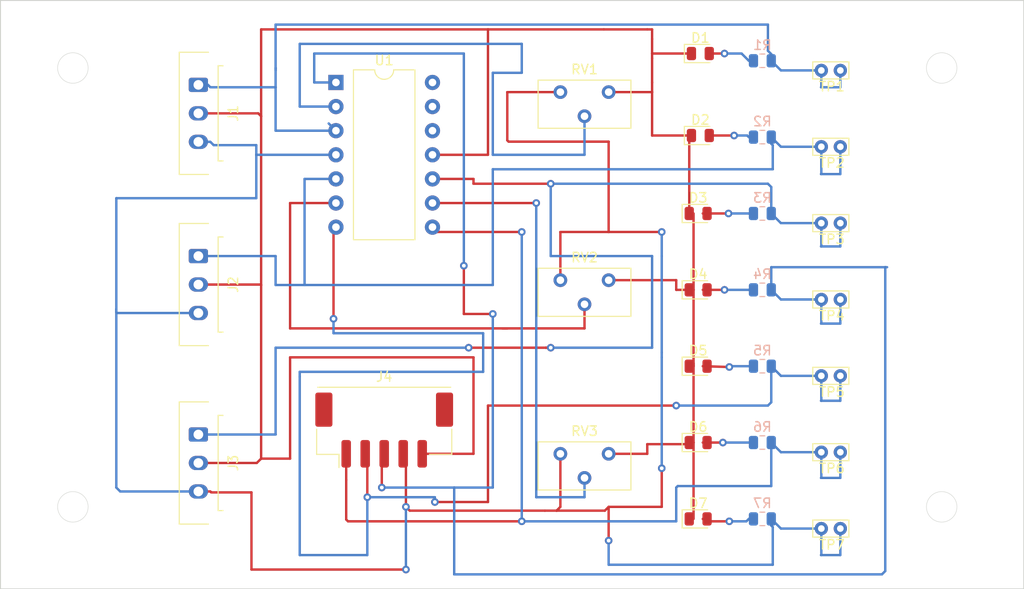
<source format=kicad_pcb>
(kicad_pcb (version 20171130) (host pcbnew "(5.1.5)-3")

  (general
    (thickness 1.6)
    (drawings 8)
    (tracks 321)
    (zones 0)
    (modules 29)
    (nets 19)
  )

  (page A4)
  (layers
    (0 F.Cu signal)
    (31 B.Cu signal)
    (32 B.Adhes user)
    (33 F.Adhes user)
    (34 B.Paste user)
    (35 F.Paste user)
    (36 B.SilkS user)
    (37 F.SilkS user)
    (38 B.Mask user)
    (39 F.Mask user)
    (40 Dwgs.User user)
    (41 Cmts.User user)
    (42 Eco1.User user)
    (43 Eco2.User user)
    (44 Edge.Cuts user)
    (45 Margin user)
    (46 B.CrtYd user)
    (47 F.CrtYd user)
    (48 B.Fab user)
    (49 F.Fab user)
  )

  (setup
    (last_trace_width 0.25)
    (trace_clearance 0.2)
    (zone_clearance 0.508)
    (zone_45_only no)
    (trace_min 0.2)
    (via_size 0.8)
    (via_drill 0.4)
    (via_min_size 0.4)
    (via_min_drill 0.3)
    (uvia_size 0.3)
    (uvia_drill 0.1)
    (uvias_allowed no)
    (uvia_min_size 0.2)
    (uvia_min_drill 0.1)
    (edge_width 0.05)
    (segment_width 0.2)
    (pcb_text_width 0.3)
    (pcb_text_size 1.5 1.5)
    (mod_edge_width 0.12)
    (mod_text_size 1 1)
    (mod_text_width 0.15)
    (pad_size 1.524 1.524)
    (pad_drill 0.762)
    (pad_to_mask_clearance 0.051)
    (solder_mask_min_width 0.25)
    (aux_axis_origin 0 0)
    (visible_elements 7FFFFFFF)
    (pcbplotparams
      (layerselection 0x010fc_ffffffff)
      (usegerberextensions false)
      (usegerberattributes false)
      (usegerberadvancedattributes false)
      (creategerberjobfile false)
      (excludeedgelayer true)
      (linewidth 0.100000)
      (plotframeref false)
      (viasonmask false)
      (mode 1)
      (useauxorigin false)
      (hpglpennumber 1)
      (hpglpenspeed 20)
      (hpglpendiameter 15.000000)
      (psnegative false)
      (psa4output false)
      (plotreference true)
      (plotvalue true)
      (plotinvisibletext false)
      (padsonsilk false)
      (subtractmaskfromsilk false)
      (outputformat 1)
      (mirror false)
      (drillshape 1)
      (scaleselection 1)
      (outputdirectory ""))
  )

  (net 0 "")
  (net 1 "Net-(D1-Pad2)")
  (net 2 GND)
  (net 3 "Net-(D2-Pad2)")
  (net 4 "Net-(D3-Pad2)")
  (net 5 "Net-(D4-Pad2)")
  (net 6 "Net-(D5-Pad2)")
  (net 7 "Net-(D6-Pad2)")
  (net 8 "Net-(D7-Pad2)")
  (net 9 /IN1)
  (net 10 +5V)
  (net 11 /IN2)
  (net 12 /IN3)
  (net 13 /OUT3)
  (net 14 /OUT2)
  (net 15 /OUT1)
  (net 16 "Net-(RV1-Pad2)")
  (net 17 "Net-(RV2-Pad2)")
  (net 18 "Net-(RV3-Pad2)")

  (net_class Default "Esta es la clase de red por defecto."
    (clearance 0.2)
    (trace_width 0.25)
    (via_dia 0.8)
    (via_drill 0.4)
    (uvia_dia 0.3)
    (uvia_drill 0.1)
    (add_net +5V)
    (add_net /IN1)
    (add_net /IN2)
    (add_net /IN3)
    (add_net /OUT1)
    (add_net /OUT2)
    (add_net /OUT3)
    (add_net GND)
    (add_net "Net-(D1-Pad2)")
    (add_net "Net-(D2-Pad2)")
    (add_net "Net-(D3-Pad2)")
    (add_net "Net-(D4-Pad2)")
    (add_net "Net-(D5-Pad2)")
    (add_net "Net-(D6-Pad2)")
    (add_net "Net-(D7-Pad2)")
    (add_net "Net-(RV1-Pad2)")
    (add_net "Net-(RV2-Pad2)")
    (add_net "Net-(RV3-Pad2)")
  )

  (module Diode_SMD:D_0805_2012Metric (layer F.Cu) (tedit 5B36C52B) (tstamp 5EFD9D58)
    (at 159.789 105.41)
    (descr "Diode SMD 0805 (2012 Metric), square (rectangular) end terminal, IPC_7351 nominal, (Body size source: https://docs.google.com/spreadsheets/d/1BsfQQcO9C6DZCsRaXUlFlo91Tg2WpOkGARC1WS5S8t0/edit?usp=sharing), generated with kicad-footprint-generator")
    (tags diode)
    (path /5F13B466)
    (attr smd)
    (fp_text reference D7 (at 0 -1.65) (layer F.SilkS)
      (effects (font (size 1 1) (thickness 0.15)))
    )
    (fp_text value LED (at 0 1.65) (layer F.Fab)
      (effects (font (size 1 1) (thickness 0.15)))
    )
    (fp_text user %R (at 0 0) (layer F.Fab)
      (effects (font (size 0.5 0.5) (thickness 0.08)))
    )
    (fp_line (start 1.68 0.95) (end -1.68 0.95) (layer F.CrtYd) (width 0.05))
    (fp_line (start 1.68 -0.95) (end 1.68 0.95) (layer F.CrtYd) (width 0.05))
    (fp_line (start -1.68 -0.95) (end 1.68 -0.95) (layer F.CrtYd) (width 0.05))
    (fp_line (start -1.68 0.95) (end -1.68 -0.95) (layer F.CrtYd) (width 0.05))
    (fp_line (start -1.685 0.96) (end 1 0.96) (layer F.SilkS) (width 0.12))
    (fp_line (start -1.685 -0.96) (end -1.685 0.96) (layer F.SilkS) (width 0.12))
    (fp_line (start 1 -0.96) (end -1.685 -0.96) (layer F.SilkS) (width 0.12))
    (fp_line (start 1 0.6) (end 1 -0.6) (layer F.Fab) (width 0.1))
    (fp_line (start -1 0.6) (end 1 0.6) (layer F.Fab) (width 0.1))
    (fp_line (start -1 -0.3) (end -1 0.6) (layer F.Fab) (width 0.1))
    (fp_line (start -0.7 -0.6) (end -1 -0.3) (layer F.Fab) (width 0.1))
    (fp_line (start 1 -0.6) (end -0.7 -0.6) (layer F.Fab) (width 0.1))
    (pad 2 smd roundrect (at 0.9375 0) (size 0.975 1.4) (layers F.Cu F.Paste F.Mask) (roundrect_rratio 0.25)
      (net 8 "Net-(D7-Pad2)"))
    (pad 1 smd roundrect (at -0.9375 0) (size 0.975 1.4) (layers F.Cu F.Paste F.Mask) (roundrect_rratio 0.25)
      (net 2 GND))
    (model ${KISYS3DMOD}/Diode_SMD.3dshapes/D_0805_2012Metric.wrl
      (at (xyz 0 0 0))
      (scale (xyz 1 1 1))
      (rotate (xyz 0 0 0))
    )
  )

  (module Diode_SMD:D_0805_2012Metric (layer F.Cu) (tedit 5B36C52B) (tstamp 5EFD9A9A)
    (at 159.789 97.366665)
    (descr "Diode SMD 0805 (2012 Metric), square (rectangular) end terminal, IPC_7351 nominal, (Body size source: https://docs.google.com/spreadsheets/d/1BsfQQcO9C6DZCsRaXUlFlo91Tg2WpOkGARC1WS5S8t0/edit?usp=sharing), generated with kicad-footprint-generator")
    (tags diode)
    (path /5F08CB48)
    (attr smd)
    (fp_text reference D6 (at 0 -1.65) (layer F.SilkS)
      (effects (font (size 1 1) (thickness 0.15)))
    )
    (fp_text value LED (at 0 1.65) (layer F.Fab)
      (effects (font (size 1 1) (thickness 0.15)))
    )
    (fp_text user %R (at 0 0) (layer F.Fab)
      (effects (font (size 0.5 0.5) (thickness 0.08)))
    )
    (fp_line (start 1.68 0.95) (end -1.68 0.95) (layer F.CrtYd) (width 0.05))
    (fp_line (start 1.68 -0.95) (end 1.68 0.95) (layer F.CrtYd) (width 0.05))
    (fp_line (start -1.68 -0.95) (end 1.68 -0.95) (layer F.CrtYd) (width 0.05))
    (fp_line (start -1.68 0.95) (end -1.68 -0.95) (layer F.CrtYd) (width 0.05))
    (fp_line (start -1.685 0.96) (end 1 0.96) (layer F.SilkS) (width 0.12))
    (fp_line (start -1.685 -0.96) (end -1.685 0.96) (layer F.SilkS) (width 0.12))
    (fp_line (start 1 -0.96) (end -1.685 -0.96) (layer F.SilkS) (width 0.12))
    (fp_line (start 1 0.6) (end 1 -0.6) (layer F.Fab) (width 0.1))
    (fp_line (start -1 0.6) (end 1 0.6) (layer F.Fab) (width 0.1))
    (fp_line (start -1 -0.3) (end -1 0.6) (layer F.Fab) (width 0.1))
    (fp_line (start -0.7 -0.6) (end -1 -0.3) (layer F.Fab) (width 0.1))
    (fp_line (start 1 -0.6) (end -0.7 -0.6) (layer F.Fab) (width 0.1))
    (pad 2 smd roundrect (at 0.9375 0) (size 0.975 1.4) (layers F.Cu F.Paste F.Mask) (roundrect_rratio 0.25)
      (net 7 "Net-(D6-Pad2)"))
    (pad 1 smd roundrect (at -0.9375 0) (size 0.975 1.4) (layers F.Cu F.Paste F.Mask) (roundrect_rratio 0.25)
      (net 2 GND))
    (model ${KISYS3DMOD}/Diode_SMD.3dshapes/D_0805_2012Metric.wrl
      (at (xyz 0 0 0))
      (scale (xyz 1 1 1))
      (rotate (xyz 0 0 0))
    )
  )

  (module Diode_SMD:D_0805_2012Metric (layer F.Cu) (tedit 5B36C52B) (tstamp 5EFD99D4)
    (at 159.789 89.323332)
    (descr "Diode SMD 0805 (2012 Metric), square (rectangular) end terminal, IPC_7351 nominal, (Body size source: https://docs.google.com/spreadsheets/d/1BsfQQcO9C6DZCsRaXUlFlo91Tg2WpOkGARC1WS5S8t0/edit?usp=sharing), generated with kicad-footprint-generator")
    (tags diode)
    (path /5F08CB42)
    (attr smd)
    (fp_text reference D5 (at 0 -1.65) (layer F.SilkS)
      (effects (font (size 1 1) (thickness 0.15)))
    )
    (fp_text value LED (at 0 1.65) (layer F.Fab)
      (effects (font (size 1 1) (thickness 0.15)))
    )
    (fp_text user %R (at 0 0) (layer F.Fab)
      (effects (font (size 0.5 0.5) (thickness 0.08)))
    )
    (fp_line (start 1.68 0.95) (end -1.68 0.95) (layer F.CrtYd) (width 0.05))
    (fp_line (start 1.68 -0.95) (end 1.68 0.95) (layer F.CrtYd) (width 0.05))
    (fp_line (start -1.68 -0.95) (end 1.68 -0.95) (layer F.CrtYd) (width 0.05))
    (fp_line (start -1.68 0.95) (end -1.68 -0.95) (layer F.CrtYd) (width 0.05))
    (fp_line (start -1.685 0.96) (end 1 0.96) (layer F.SilkS) (width 0.12))
    (fp_line (start -1.685 -0.96) (end -1.685 0.96) (layer F.SilkS) (width 0.12))
    (fp_line (start 1 -0.96) (end -1.685 -0.96) (layer F.SilkS) (width 0.12))
    (fp_line (start 1 0.6) (end 1 -0.6) (layer F.Fab) (width 0.1))
    (fp_line (start -1 0.6) (end 1 0.6) (layer F.Fab) (width 0.1))
    (fp_line (start -1 -0.3) (end -1 0.6) (layer F.Fab) (width 0.1))
    (fp_line (start -0.7 -0.6) (end -1 -0.3) (layer F.Fab) (width 0.1))
    (fp_line (start 1 -0.6) (end -0.7 -0.6) (layer F.Fab) (width 0.1))
    (pad 2 smd roundrect (at 0.9375 0) (size 0.975 1.4) (layers F.Cu F.Paste F.Mask) (roundrect_rratio 0.25)
      (net 6 "Net-(D5-Pad2)"))
    (pad 1 smd roundrect (at -0.9375 0) (size 0.975 1.4) (layers F.Cu F.Paste F.Mask) (roundrect_rratio 0.25)
      (net 2 GND))
    (model ${KISYS3DMOD}/Diode_SMD.3dshapes/D_0805_2012Metric.wrl
      (at (xyz 0 0 0))
      (scale (xyz 1 1 1))
      (rotate (xyz 0 0 0))
    )
  )

  (module Diode_SMD:D_0805_2012Metric (layer F.Cu) (tedit 5B36C52B) (tstamp 5EFD9ACD)
    (at 159.789 81.279999)
    (descr "Diode SMD 0805 (2012 Metric), square (rectangular) end terminal, IPC_7351 nominal, (Body size source: https://docs.google.com/spreadsheets/d/1BsfQQcO9C6DZCsRaXUlFlo91Tg2WpOkGARC1WS5S8t0/edit?usp=sharing), generated with kicad-footprint-generator")
    (tags diode)
    (path /5F08CB3C)
    (attr smd)
    (fp_text reference D4 (at 0 -1.65) (layer F.SilkS)
      (effects (font (size 1 1) (thickness 0.15)))
    )
    (fp_text value LED (at 0 1.65) (layer F.Fab)
      (effects (font (size 1 1) (thickness 0.15)))
    )
    (fp_text user %R (at 0 0) (layer F.Fab)
      (effects (font (size 0.5 0.5) (thickness 0.08)))
    )
    (fp_line (start 1.68 0.95) (end -1.68 0.95) (layer F.CrtYd) (width 0.05))
    (fp_line (start 1.68 -0.95) (end 1.68 0.95) (layer F.CrtYd) (width 0.05))
    (fp_line (start -1.68 -0.95) (end 1.68 -0.95) (layer F.CrtYd) (width 0.05))
    (fp_line (start -1.68 0.95) (end -1.68 -0.95) (layer F.CrtYd) (width 0.05))
    (fp_line (start -1.685 0.96) (end 1 0.96) (layer F.SilkS) (width 0.12))
    (fp_line (start -1.685 -0.96) (end -1.685 0.96) (layer F.SilkS) (width 0.12))
    (fp_line (start 1 -0.96) (end -1.685 -0.96) (layer F.SilkS) (width 0.12))
    (fp_line (start 1 0.6) (end 1 -0.6) (layer F.Fab) (width 0.1))
    (fp_line (start -1 0.6) (end 1 0.6) (layer F.Fab) (width 0.1))
    (fp_line (start -1 -0.3) (end -1 0.6) (layer F.Fab) (width 0.1))
    (fp_line (start -0.7 -0.6) (end -1 -0.3) (layer F.Fab) (width 0.1))
    (fp_line (start 1 -0.6) (end -0.7 -0.6) (layer F.Fab) (width 0.1))
    (pad 2 smd roundrect (at 0.9375 0) (size 0.975 1.4) (layers F.Cu F.Paste F.Mask) (roundrect_rratio 0.25)
      (net 5 "Net-(D4-Pad2)"))
    (pad 1 smd roundrect (at -0.9375 0) (size 0.975 1.4) (layers F.Cu F.Paste F.Mask) (roundrect_rratio 0.25)
      (net 2 GND))
    (model ${KISYS3DMOD}/Diode_SMD.3dshapes/D_0805_2012Metric.wrl
      (at (xyz 0 0 0))
      (scale (xyz 1 1 1))
      (rotate (xyz 0 0 0))
    )
  )

  (module Diode_SMD:D_0805_2012Metric (layer F.Cu) (tedit 5B36C52B) (tstamp 5EFD9D8B)
    (at 159.789 73.236666)
    (descr "Diode SMD 0805 (2012 Metric), square (rectangular) end terminal, IPC_7351 nominal, (Body size source: https://docs.google.com/spreadsheets/d/1BsfQQcO9C6DZCsRaXUlFlo91Tg2WpOkGARC1WS5S8t0/edit?usp=sharing), generated with kicad-footprint-generator")
    (tags diode)
    (path /5F08B10F)
    (attr smd)
    (fp_text reference D3 (at 0 -1.65) (layer F.SilkS)
      (effects (font (size 1 1) (thickness 0.15)))
    )
    (fp_text value LED (at 0 1.65) (layer F.Fab)
      (effects (font (size 1 1) (thickness 0.15)))
    )
    (fp_text user %R (at 0 0) (layer F.Fab)
      (effects (font (size 0.5 0.5) (thickness 0.08)))
    )
    (fp_line (start 1.68 0.95) (end -1.68 0.95) (layer F.CrtYd) (width 0.05))
    (fp_line (start 1.68 -0.95) (end 1.68 0.95) (layer F.CrtYd) (width 0.05))
    (fp_line (start -1.68 -0.95) (end 1.68 -0.95) (layer F.CrtYd) (width 0.05))
    (fp_line (start -1.68 0.95) (end -1.68 -0.95) (layer F.CrtYd) (width 0.05))
    (fp_line (start -1.685 0.96) (end 1 0.96) (layer F.SilkS) (width 0.12))
    (fp_line (start -1.685 -0.96) (end -1.685 0.96) (layer F.SilkS) (width 0.12))
    (fp_line (start 1 -0.96) (end -1.685 -0.96) (layer F.SilkS) (width 0.12))
    (fp_line (start 1 0.6) (end 1 -0.6) (layer F.Fab) (width 0.1))
    (fp_line (start -1 0.6) (end 1 0.6) (layer F.Fab) (width 0.1))
    (fp_line (start -1 -0.3) (end -1 0.6) (layer F.Fab) (width 0.1))
    (fp_line (start -0.7 -0.6) (end -1 -0.3) (layer F.Fab) (width 0.1))
    (fp_line (start 1 -0.6) (end -0.7 -0.6) (layer F.Fab) (width 0.1))
    (pad 2 smd roundrect (at 0.9375 0) (size 0.975 1.4) (layers F.Cu F.Paste F.Mask) (roundrect_rratio 0.25)
      (net 4 "Net-(D3-Pad2)"))
    (pad 1 smd roundrect (at -0.9375 0) (size 0.975 1.4) (layers F.Cu F.Paste F.Mask) (roundrect_rratio 0.25)
      (net 2 GND))
    (model ${KISYS3DMOD}/Diode_SMD.3dshapes/D_0805_2012Metric.wrl
      (at (xyz 0 0 0))
      (scale (xyz 1 1 1))
      (rotate (xyz 0 0 0))
    )
  )

  (module Diode_SMD:D_0805_2012Metric (layer F.Cu) (tedit 5B36C52B) (tstamp 5EFDFF20)
    (at 160.02 65.024)
    (descr "Diode SMD 0805 (2012 Metric), square (rectangular) end terminal, IPC_7351 nominal, (Body size source: https://docs.google.com/spreadsheets/d/1BsfQQcO9C6DZCsRaXUlFlo91Tg2WpOkGARC1WS5S8t0/edit?usp=sharing), generated with kicad-footprint-generator")
    (tags diode)
    (path /5F08A160)
    (attr smd)
    (fp_text reference D2 (at 0 -1.65) (layer F.SilkS)
      (effects (font (size 1 1) (thickness 0.15)))
    )
    (fp_text value LED (at 0 1.65) (layer F.Fab)
      (effects (font (size 1 1) (thickness 0.15)))
    )
    (fp_text user %R (at 0 0) (layer F.Fab)
      (effects (font (size 0.5 0.5) (thickness 0.08)))
    )
    (fp_line (start 1.68 0.95) (end -1.68 0.95) (layer F.CrtYd) (width 0.05))
    (fp_line (start 1.68 -0.95) (end 1.68 0.95) (layer F.CrtYd) (width 0.05))
    (fp_line (start -1.68 -0.95) (end 1.68 -0.95) (layer F.CrtYd) (width 0.05))
    (fp_line (start -1.68 0.95) (end -1.68 -0.95) (layer F.CrtYd) (width 0.05))
    (fp_line (start -1.685 0.96) (end 1 0.96) (layer F.SilkS) (width 0.12))
    (fp_line (start -1.685 -0.96) (end -1.685 0.96) (layer F.SilkS) (width 0.12))
    (fp_line (start 1 -0.96) (end -1.685 -0.96) (layer F.SilkS) (width 0.12))
    (fp_line (start 1 0.6) (end 1 -0.6) (layer F.Fab) (width 0.1))
    (fp_line (start -1 0.6) (end 1 0.6) (layer F.Fab) (width 0.1))
    (fp_line (start -1 -0.3) (end -1 0.6) (layer F.Fab) (width 0.1))
    (fp_line (start -0.7 -0.6) (end -1 -0.3) (layer F.Fab) (width 0.1))
    (fp_line (start 1 -0.6) (end -0.7 -0.6) (layer F.Fab) (width 0.1))
    (pad 2 smd roundrect (at 0.9375 0) (size 0.975 1.4) (layers F.Cu F.Paste F.Mask) (roundrect_rratio 0.25)
      (net 3 "Net-(D2-Pad2)"))
    (pad 1 smd roundrect (at -0.9375 0) (size 0.975 1.4) (layers F.Cu F.Paste F.Mask) (roundrect_rratio 0.25)
      (net 2 GND))
    (model ${KISYS3DMOD}/Diode_SMD.3dshapes/D_0805_2012Metric.wrl
      (at (xyz 0 0 0))
      (scale (xyz 1 1 1))
      (rotate (xyz 0 0 0))
    )
  )

  (module Diode_SMD:D_0805_2012Metric (layer F.Cu) (tedit 5B36C52B) (tstamp 5EFD9A67)
    (at 160.02 56.388)
    (descr "Diode SMD 0805 (2012 Metric), square (rectangular) end terminal, IPC_7351 nominal, (Body size source: https://docs.google.com/spreadsheets/d/1BsfQQcO9C6DZCsRaXUlFlo91Tg2WpOkGARC1WS5S8t0/edit?usp=sharing), generated with kicad-footprint-generator")
    (tags diode)
    (path /5F088F75)
    (attr smd)
    (fp_text reference D1 (at 0 -1.65) (layer F.SilkS)
      (effects (font (size 1 1) (thickness 0.15)))
    )
    (fp_text value LED (at 0 1.65) (layer F.Fab)
      (effects (font (size 1 1) (thickness 0.15)))
    )
    (fp_text user %R (at 0 0) (layer F.Fab)
      (effects (font (size 0.5 0.5) (thickness 0.08)))
    )
    (fp_line (start 1.68 0.95) (end -1.68 0.95) (layer F.CrtYd) (width 0.05))
    (fp_line (start 1.68 -0.95) (end 1.68 0.95) (layer F.CrtYd) (width 0.05))
    (fp_line (start -1.68 -0.95) (end 1.68 -0.95) (layer F.CrtYd) (width 0.05))
    (fp_line (start -1.68 0.95) (end -1.68 -0.95) (layer F.CrtYd) (width 0.05))
    (fp_line (start -1.685 0.96) (end 1 0.96) (layer F.SilkS) (width 0.12))
    (fp_line (start -1.685 -0.96) (end -1.685 0.96) (layer F.SilkS) (width 0.12))
    (fp_line (start 1 -0.96) (end -1.685 -0.96) (layer F.SilkS) (width 0.12))
    (fp_line (start 1 0.6) (end 1 -0.6) (layer F.Fab) (width 0.1))
    (fp_line (start -1 0.6) (end 1 0.6) (layer F.Fab) (width 0.1))
    (fp_line (start -1 -0.3) (end -1 0.6) (layer F.Fab) (width 0.1))
    (fp_line (start -0.7 -0.6) (end -1 -0.3) (layer F.Fab) (width 0.1))
    (fp_line (start 1 -0.6) (end -0.7 -0.6) (layer F.Fab) (width 0.1))
    (pad 2 smd roundrect (at 0.9375 0) (size 0.975 1.4) (layers F.Cu F.Paste F.Mask) (roundrect_rratio 0.25)
      (net 1 "Net-(D1-Pad2)"))
    (pad 1 smd roundrect (at -0.9375 0) (size 0.975 1.4) (layers F.Cu F.Paste F.Mask) (roundrect_rratio 0.25)
      (net 2 GND))
    (model ${KISYS3DMOD}/Diode_SMD.3dshapes/D_0805_2012Metric.wrl
      (at (xyz 0 0 0))
      (scale (xyz 1 1 1))
      (rotate (xyz 0 0 0))
    )
  )

  (module Potentiometer_THT:Potentiometer_Bourns_3296Y_Vertical (layer F.Cu) (tedit 5A3D4994) (tstamp 5EFD978E)
    (at 150.368 98.552)
    (descr "Potentiometer, vertical, Bourns 3296Y, https://www.bourns.com/pdfs/3296.pdf")
    (tags "Potentiometer vertical Bourns 3296Y")
    (path /5EFE361B)
    (fp_text reference RV3 (at -2.54 -2.39) (layer F.SilkS)
      (effects (font (size 1 1) (thickness 0.15)))
    )
    (fp_text value R_POT (at -2.54 4.94) (layer F.Fab)
      (effects (font (size 1 1) (thickness 0.15)))
    )
    (fp_text user %R (at -3.175 1.275) (layer F.Fab)
      (effects (font (size 1 1) (thickness 0.15)))
    )
    (fp_line (start 2.5 -1.4) (end -7.6 -1.4) (layer F.CrtYd) (width 0.05))
    (fp_line (start 2.5 3.95) (end 2.5 -1.4) (layer F.CrtYd) (width 0.05))
    (fp_line (start -7.6 3.95) (end 2.5 3.95) (layer F.CrtYd) (width 0.05))
    (fp_line (start -7.6 -1.4) (end -7.6 3.95) (layer F.CrtYd) (width 0.05))
    (fp_line (start 2.345 -1.26) (end 2.345 3.81) (layer F.SilkS) (width 0.12))
    (fp_line (start -7.425 -1.26) (end -7.425 3.81) (layer F.SilkS) (width 0.12))
    (fp_line (start -7.425 3.81) (end 2.345 3.81) (layer F.SilkS) (width 0.12))
    (fp_line (start -7.425 -1.26) (end 2.345 -1.26) (layer F.SilkS) (width 0.12))
    (fp_line (start 0.955 3.505) (end 0.956 1.336) (layer F.Fab) (width 0.1))
    (fp_line (start 0.955 3.505) (end 0.956 1.336) (layer F.Fab) (width 0.1))
    (fp_line (start 2.225 -1.14) (end -7.305 -1.14) (layer F.Fab) (width 0.1))
    (fp_line (start 2.225 3.69) (end 2.225 -1.14) (layer F.Fab) (width 0.1))
    (fp_line (start -7.305 3.69) (end 2.225 3.69) (layer F.Fab) (width 0.1))
    (fp_line (start -7.305 -1.14) (end -7.305 3.69) (layer F.Fab) (width 0.1))
    (fp_circle (center 0.955 2.42) (end 2.05 2.42) (layer F.Fab) (width 0.1))
    (pad 3 thru_hole circle (at -5.08 0) (size 1.44 1.44) (drill 0.8) (layers *.Cu *.Mask)
      (net 10 +5V))
    (pad 2 thru_hole circle (at -2.54 2.54) (size 1.44 1.44) (drill 0.8) (layers *.Cu *.Mask)
      (net 18 "Net-(RV3-Pad2)"))
    (pad 1 thru_hole circle (at 0 0) (size 1.44 1.44) (drill 0.8) (layers *.Cu *.Mask)
      (net 2 GND))
    (model ${KISYS3DMOD}/Potentiometer_THT.3dshapes/Potentiometer_Bourns_3296Y_Vertical.wrl
      (at (xyz 0 0 0))
      (scale (xyz 1 1 1))
      (rotate (xyz 0 0 0))
    )
  )

  (module Potentiometer_THT:Potentiometer_Bourns_3296Y_Vertical (layer F.Cu) (tedit 5A3D4994) (tstamp 5EFDDBE2)
    (at 150.368 80.264)
    (descr "Potentiometer, vertical, Bourns 3296Y, https://www.bourns.com/pdfs/3296.pdf")
    (tags "Potentiometer vertical Bourns 3296Y")
    (path /5F01149B)
    (fp_text reference RV2 (at -2.54 -2.39) (layer F.SilkS)
      (effects (font (size 1 1) (thickness 0.15)))
    )
    (fp_text value R_POT (at -2.54 4.94) (layer F.Fab)
      (effects (font (size 1 1) (thickness 0.15)))
    )
    (fp_text user %R (at -3.175 1.275) (layer F.Fab)
      (effects (font (size 1 1) (thickness 0.15)))
    )
    (fp_line (start 2.5 -1.4) (end -7.6 -1.4) (layer F.CrtYd) (width 0.05))
    (fp_line (start 2.5 3.95) (end 2.5 -1.4) (layer F.CrtYd) (width 0.05))
    (fp_line (start -7.6 3.95) (end 2.5 3.95) (layer F.CrtYd) (width 0.05))
    (fp_line (start -7.6 -1.4) (end -7.6 3.95) (layer F.CrtYd) (width 0.05))
    (fp_line (start 2.345 -1.26) (end 2.345 3.81) (layer F.SilkS) (width 0.12))
    (fp_line (start -7.425 -1.26) (end -7.425 3.81) (layer F.SilkS) (width 0.12))
    (fp_line (start -7.425 3.81) (end 2.345 3.81) (layer F.SilkS) (width 0.12))
    (fp_line (start -7.425 -1.26) (end 2.345 -1.26) (layer F.SilkS) (width 0.12))
    (fp_line (start 0.955 3.505) (end 0.956 1.336) (layer F.Fab) (width 0.1))
    (fp_line (start 0.955 3.505) (end 0.956 1.336) (layer F.Fab) (width 0.1))
    (fp_line (start 2.225 -1.14) (end -7.305 -1.14) (layer F.Fab) (width 0.1))
    (fp_line (start 2.225 3.69) (end 2.225 -1.14) (layer F.Fab) (width 0.1))
    (fp_line (start -7.305 3.69) (end 2.225 3.69) (layer F.Fab) (width 0.1))
    (fp_line (start -7.305 -1.14) (end -7.305 3.69) (layer F.Fab) (width 0.1))
    (fp_circle (center 0.955 2.42) (end 2.05 2.42) (layer F.Fab) (width 0.1))
    (pad 3 thru_hole circle (at -5.08 0) (size 1.44 1.44) (drill 0.8) (layers *.Cu *.Mask)
      (net 10 +5V))
    (pad 2 thru_hole circle (at -2.54 2.54) (size 1.44 1.44) (drill 0.8) (layers *.Cu *.Mask)
      (net 17 "Net-(RV2-Pad2)"))
    (pad 1 thru_hole circle (at 0 0) (size 1.44 1.44) (drill 0.8) (layers *.Cu *.Mask)
      (net 2 GND))
    (model ${KISYS3DMOD}/Potentiometer_THT.3dshapes/Potentiometer_Bourns_3296Y_Vertical.wrl
      (at (xyz 0 0 0))
      (scale (xyz 1 1 1))
      (rotate (xyz 0 0 0))
    )
  )

  (module Potentiometer_THT:Potentiometer_Bourns_3296Y_Vertical (layer F.Cu) (tedit 5A3D4994) (tstamp 5EFD9824)
    (at 150.368 60.452)
    (descr "Potentiometer, vertical, Bourns 3296Y, https://www.bourns.com/pdfs/3296.pdf")
    (tags "Potentiometer vertical Bourns 3296Y")
    (path /5EFE3999)
    (fp_text reference RV1 (at -2.54 -2.39) (layer F.SilkS)
      (effects (font (size 1 1) (thickness 0.15)))
    )
    (fp_text value R_POT (at -2.54 4.94) (layer F.Fab)
      (effects (font (size 1 1) (thickness 0.15)))
    )
    (fp_text user %R (at -3.175 1.275) (layer F.Fab)
      (effects (font (size 1 1) (thickness 0.15)))
    )
    (fp_line (start 2.5 -1.4) (end -7.6 -1.4) (layer F.CrtYd) (width 0.05))
    (fp_line (start 2.5 3.95) (end 2.5 -1.4) (layer F.CrtYd) (width 0.05))
    (fp_line (start -7.6 3.95) (end 2.5 3.95) (layer F.CrtYd) (width 0.05))
    (fp_line (start -7.6 -1.4) (end -7.6 3.95) (layer F.CrtYd) (width 0.05))
    (fp_line (start 2.345 -1.26) (end 2.345 3.81) (layer F.SilkS) (width 0.12))
    (fp_line (start -7.425 -1.26) (end -7.425 3.81) (layer F.SilkS) (width 0.12))
    (fp_line (start -7.425 3.81) (end 2.345 3.81) (layer F.SilkS) (width 0.12))
    (fp_line (start -7.425 -1.26) (end 2.345 -1.26) (layer F.SilkS) (width 0.12))
    (fp_line (start 0.955 3.505) (end 0.956 1.336) (layer F.Fab) (width 0.1))
    (fp_line (start 0.955 3.505) (end 0.956 1.336) (layer F.Fab) (width 0.1))
    (fp_line (start 2.225 -1.14) (end -7.305 -1.14) (layer F.Fab) (width 0.1))
    (fp_line (start 2.225 3.69) (end 2.225 -1.14) (layer F.Fab) (width 0.1))
    (fp_line (start -7.305 3.69) (end 2.225 3.69) (layer F.Fab) (width 0.1))
    (fp_line (start -7.305 -1.14) (end -7.305 3.69) (layer F.Fab) (width 0.1))
    (fp_circle (center 0.955 2.42) (end 2.05 2.42) (layer F.Fab) (width 0.1))
    (pad 3 thru_hole circle (at -5.08 0) (size 1.44 1.44) (drill 0.8) (layers *.Cu *.Mask)
      (net 10 +5V))
    (pad 2 thru_hole circle (at -2.54 2.54) (size 1.44 1.44) (drill 0.8) (layers *.Cu *.Mask)
      (net 16 "Net-(RV1-Pad2)"))
    (pad 1 thru_hole circle (at 0 0) (size 1.44 1.44) (drill 0.8) (layers *.Cu *.Mask)
      (net 2 GND))
    (model ${KISYS3DMOD}/Potentiometer_THT.3dshapes/Potentiometer_Bourns_3296Y_Vertical.wrl
      (at (xyz 0 0 0))
      (scale (xyz 1 1 1))
      (rotate (xyz 0 0 0))
    )
  )

  (module Connector_Molex:Molex_Micro-Fit_3.0_43650-0315_1x03_P3.00mm_Vertical (layer F.Cu) (tedit 5CA3843E) (tstamp 5EFD9C93)
    (at 107.188 77.724 270)
    (descr "Molex Micro-Fit 3.0 Connector System, 43650-0315 (compatible alternatives: 43650-0316, 43650-0317), 3 Pins per row (http://www.molex.com/pdm_docs/sd/436500215_sd.pdf), generated with kicad-footprint-generator")
    (tags "connector Molex Micro-Fit_3.0 vertical")
    (path /5F022E8D)
    (fp_text reference J2 (at 3 -3.67 90) (layer F.SilkS)
      (effects (font (size 1 1) (thickness 0.15)))
    )
    (fp_text value Conn_01x03_Female (at 3 4.5 90) (layer F.Fab)
      (effects (font (size 1 1) (thickness 0.15)))
    )
    (fp_text user %R (at 3 1.2 90) (layer F.Fab)
      (effects (font (size 1 1) (thickness 0.15)))
    )
    (fp_line (start -3.82 3.8) (end -3.82 -2.97) (layer F.CrtYd) (width 0.05))
    (fp_line (start 9.82 3.8) (end -3.82 3.8) (layer F.CrtYd) (width 0.05))
    (fp_line (start 9.82 -2.97) (end 9.82 3.8) (layer F.CrtYd) (width 0.05))
    (fp_line (start -3.82 -2.97) (end 9.82 -2.97) (layer F.CrtYd) (width 0.05))
    (fp_line (start 8.015 -2.58) (end 7.995 -2.58) (layer F.SilkS) (width 0.12))
    (fp_line (start 8.015 -2.08) (end 8.015 -2.58) (layer F.SilkS) (width 0.12))
    (fp_line (start -2.015 -2.08) (end 8.015 -2.08) (layer F.SilkS) (width 0.12))
    (fp_line (start -2.015 -2.58) (end -2.015 -2.08) (layer F.SilkS) (width 0.12))
    (fp_line (start -1.995 -2.58) (end -2.015 -2.58) (layer F.SilkS) (width 0.12))
    (fp_line (start 9.435 2.01) (end 9.435 -1.065) (layer F.SilkS) (width 0.12))
    (fp_line (start -3.435 2.01) (end 9.435 2.01) (layer F.SilkS) (width 0.12))
    (fp_line (start -3.435 -1.065) (end -3.435 2.01) (layer F.SilkS) (width 0.12))
    (fp_line (start 0 -1.262893) (end 0.5 -1.97) (layer F.Fab) (width 0.1))
    (fp_line (start -0.5 -1.97) (end 0 -1.262893) (layer F.Fab) (width 0.1))
    (fp_line (start 3.7 3.3) (end 3.7 1.9) (layer F.Fab) (width 0.1))
    (fp_line (start 2.3 3.3) (end 3.7 3.3) (layer F.Fab) (width 0.1))
    (fp_line (start 2.3 1.9) (end 2.3 3.3) (layer F.Fab) (width 0.1))
    (fp_line (start 9.325 -1.34) (end 8.125 -1.97) (layer F.Fab) (width 0.1))
    (fp_line (start -3.325 -1.34) (end -2.125 -1.97) (layer F.Fab) (width 0.1))
    (fp_line (start 8.125 -1.97) (end -2.125 -1.97) (layer F.Fab) (width 0.1))
    (fp_line (start 8.125 -2.47) (end 8.125 -1.97) (layer F.Fab) (width 0.1))
    (fp_line (start 9.325 -2.47) (end 8.125 -2.47) (layer F.Fab) (width 0.1))
    (fp_line (start 9.325 1.9) (end 9.325 -2.47) (layer F.Fab) (width 0.1))
    (fp_line (start -3.325 1.9) (end 9.325 1.9) (layer F.Fab) (width 0.1))
    (fp_line (start -3.325 -2.47) (end -3.325 1.9) (layer F.Fab) (width 0.1))
    (fp_line (start -2.125 -2.47) (end -3.325 -2.47) (layer F.Fab) (width 0.1))
    (fp_line (start -2.125 -1.97) (end -2.125 -2.47) (layer F.Fab) (width 0.1))
    (pad 3 thru_hole oval (at 6 0 270) (size 1.5 2.02) (drill 1.02) (layers *.Cu *.Mask)
      (net 10 +5V))
    (pad 2 thru_hole oval (at 3 0 270) (size 1.5 2.02) (drill 1.02) (layers *.Cu *.Mask)
      (net 2 GND))
    (pad 1 thru_hole roundrect (at 0 0 270) (size 1.5 2.02) (drill 1.02) (layers *.Cu *.Mask) (roundrect_rratio 0.166667)
      (net 11 /IN2))
    (pad "" np_thru_hole circle (at 9 -1.96 270) (size 1.27 1.27) (drill 1.27) (layers *.Cu *.Mask))
    (pad "" np_thru_hole circle (at -3 -1.96 270) (size 1.27 1.27) (drill 1.27) (layers *.Cu *.Mask))
    (model ${KISYS3DMOD}/Connector_Molex.3dshapes/Molex_Micro-Fit_3.0_43650-0315_1x03_P3.00mm_Vertical.wrl
      (at (xyz 0 0 0))
      (scale (xyz 1 1 1))
      (rotate (xyz 0 0 0))
    )
  )

  (module Connector_Molex:Molex_Micro-Fit_3.0_43650-0315_1x03_P3.00mm_Vertical (layer F.Cu) (tedit 5CA3843E) (tstamp 5EFD9CFF)
    (at 107.188 59.69 270)
    (descr "Molex Micro-Fit 3.0 Connector System, 43650-0315 (compatible alternatives: 43650-0316, 43650-0317), 3 Pins per row (http://www.molex.com/pdm_docs/sd/436500215_sd.pdf), generated with kicad-footprint-generator")
    (tags "connector Molex Micro-Fit_3.0 vertical")
    (path /5F0216C5)
    (fp_text reference J1 (at 3 -3.67 90) (layer F.SilkS)
      (effects (font (size 1 1) (thickness 0.15)))
    )
    (fp_text value Conn_01x03_Female (at 3 4.5 90) (layer F.Fab)
      (effects (font (size 1 1) (thickness 0.15)))
    )
    (fp_line (start -2.125 -1.97) (end -2.125 -2.47) (layer F.Fab) (width 0.1))
    (fp_line (start -2.125 -2.47) (end -3.325 -2.47) (layer F.Fab) (width 0.1))
    (fp_line (start -3.325 -2.47) (end -3.325 1.9) (layer F.Fab) (width 0.1))
    (fp_line (start -3.325 1.9) (end 9.325 1.9) (layer F.Fab) (width 0.1))
    (fp_line (start 9.325 1.9) (end 9.325 -2.47) (layer F.Fab) (width 0.1))
    (fp_line (start 9.325 -2.47) (end 8.125 -2.47) (layer F.Fab) (width 0.1))
    (fp_line (start 8.125 -2.47) (end 8.125 -1.97) (layer F.Fab) (width 0.1))
    (fp_line (start 8.125 -1.97) (end -2.125 -1.97) (layer F.Fab) (width 0.1))
    (fp_line (start -3.325 -1.34) (end -2.125 -1.97) (layer F.Fab) (width 0.1))
    (fp_line (start 9.325 -1.34) (end 8.125 -1.97) (layer F.Fab) (width 0.1))
    (fp_line (start 2.3 1.9) (end 2.3 3.3) (layer F.Fab) (width 0.1))
    (fp_line (start 2.3 3.3) (end 3.7 3.3) (layer F.Fab) (width 0.1))
    (fp_line (start 3.7 3.3) (end 3.7 1.9) (layer F.Fab) (width 0.1))
    (fp_line (start -0.5 -1.97) (end 0 -1.262893) (layer F.Fab) (width 0.1))
    (fp_line (start 0 -1.262893) (end 0.5 -1.97) (layer F.Fab) (width 0.1))
    (fp_line (start -3.435 -1.065) (end -3.435 2.01) (layer F.SilkS) (width 0.12))
    (fp_line (start -3.435 2.01) (end 9.435 2.01) (layer F.SilkS) (width 0.12))
    (fp_line (start 9.435 2.01) (end 9.435 -1.065) (layer F.SilkS) (width 0.12))
    (fp_line (start -1.995 -2.58) (end -2.015 -2.58) (layer F.SilkS) (width 0.12))
    (fp_line (start -2.015 -2.58) (end -2.015 -2.08) (layer F.SilkS) (width 0.12))
    (fp_line (start -2.015 -2.08) (end 8.015 -2.08) (layer F.SilkS) (width 0.12))
    (fp_line (start 8.015 -2.08) (end 8.015 -2.58) (layer F.SilkS) (width 0.12))
    (fp_line (start 8.015 -2.58) (end 7.995 -2.58) (layer F.SilkS) (width 0.12))
    (fp_line (start -3.82 -2.97) (end 9.82 -2.97) (layer F.CrtYd) (width 0.05))
    (fp_line (start 9.82 -2.97) (end 9.82 3.8) (layer F.CrtYd) (width 0.05))
    (fp_line (start 9.82 3.8) (end -3.82 3.8) (layer F.CrtYd) (width 0.05))
    (fp_line (start -3.82 3.8) (end -3.82 -2.97) (layer F.CrtYd) (width 0.05))
    (fp_text user %R (at 3 1.2 90) (layer F.Fab)
      (effects (font (size 1 1) (thickness 0.15)))
    )
    (pad "" np_thru_hole circle (at -3 -1.96 270) (size 1.27 1.27) (drill 1.27) (layers *.Cu *.Mask))
    (pad "" np_thru_hole circle (at 9 -1.96 270) (size 1.27 1.27) (drill 1.27) (layers *.Cu *.Mask))
    (pad 1 thru_hole roundrect (at 0 0 270) (size 1.5 2.02) (drill 1.02) (layers *.Cu *.Mask) (roundrect_rratio 0.166667)
      (net 9 /IN1))
    (pad 2 thru_hole oval (at 3 0 270) (size 1.5 2.02) (drill 1.02) (layers *.Cu *.Mask)
      (net 2 GND))
    (pad 3 thru_hole oval (at 6 0 270) (size 1.5 2.02) (drill 1.02) (layers *.Cu *.Mask)
      (net 10 +5V))
    (model ${KISYS3DMOD}/Connector_Molex.3dshapes/Molex_Micro-Fit_3.0_43650-0315_1x03_P3.00mm_Vertical.wrl
      (at (xyz 0 0 0))
      (scale (xyz 1 1 1))
      (rotate (xyz 0 0 0))
    )
  )

  (module Connector_Molex:Molex_CLIK-Mate_502443-0570_1x05-1MP_P2.00mm_Vertical (layer F.Cu) (tedit 5B78AD89) (tstamp 5EFD9BCD)
    (at 126.746 96.052)
    (descr "Molex CLIK-Mate series connector, 502443-0570 (http://www.molex.com/pdm_docs/sd/5024430270_sd.pdf), generated with kicad-footprint-generator")
    (tags "connector Molex CLIK-Mate side entry")
    (path /5F01D0C3)
    (attr smd)
    (fp_text reference J4 (at 0 -5.6) (layer F.SilkS)
      (effects (font (size 1 1) (thickness 0.15)))
    )
    (fp_text value Conn_01x05_Female (at 0 5.15) (layer F.Fab)
      (effects (font (size 1 1) (thickness 0.15)))
    )
    (fp_line (start -7 2.45) (end 7 2.45) (layer F.Fab) (width 0.1))
    (fp_line (start -7.11 -0.09) (end -7.11 2.56) (layer F.SilkS) (width 0.12))
    (fp_line (start -7.11 2.56) (end -4.76 2.56) (layer F.SilkS) (width 0.12))
    (fp_line (start -4.76 2.56) (end -4.76 3.95) (layer F.SilkS) (width 0.12))
    (fp_line (start 7.11 -0.09) (end 7.11 2.56) (layer F.SilkS) (width 0.12))
    (fp_line (start 7.11 2.56) (end 4.76 2.56) (layer F.SilkS) (width 0.12))
    (fp_line (start -7 -4.51) (end 7 -4.51) (layer F.SilkS) (width 0.12))
    (fp_line (start -7 -4.4) (end 7 -4.4) (layer F.Fab) (width 0.1))
    (fp_line (start -7 2.45) (end -7 -4.4) (layer F.Fab) (width 0.1))
    (fp_line (start 7 2.45) (end 7 -4.4) (layer F.Fab) (width 0.1))
    (fp_line (start -7.75 -4.9) (end -7.75 4.45) (layer F.CrtYd) (width 0.05))
    (fp_line (start -7.75 4.45) (end 7.75 4.45) (layer F.CrtYd) (width 0.05))
    (fp_line (start 7.75 4.45) (end 7.75 -4.9) (layer F.CrtYd) (width 0.05))
    (fp_line (start 7.75 -4.9) (end -7.75 -4.9) (layer F.CrtYd) (width 0.05))
    (fp_line (start -4.5 2.45) (end -4 1.742893) (layer F.Fab) (width 0.1))
    (fp_line (start -4 1.742893) (end -3.5 2.45) (layer F.Fab) (width 0.1))
    (fp_text user %R (at 0 -0.98) (layer F.Fab)
      (effects (font (size 1 1) (thickness 0.15)))
    )
    (pad 1 smd roundrect (at -4 2.5) (size 1 2.9) (layers F.Cu F.Paste F.Mask) (roundrect_rratio 0.25)
      (net 13 /OUT3))
    (pad 2 smd roundrect (at -2 2.5) (size 1 2.9) (layers F.Cu F.Paste F.Mask) (roundrect_rratio 0.25)
      (net 14 /OUT2))
    (pad 3 smd roundrect (at 0 2.5) (size 1 2.9) (layers F.Cu F.Paste F.Mask) (roundrect_rratio 0.25)
      (net 15 /OUT1))
    (pad 4 smd roundrect (at 2 2.5) (size 1 2.9) (layers F.Cu F.Paste F.Mask) (roundrect_rratio 0.25)
      (net 10 +5V))
    (pad 5 smd roundrect (at 4 2.5) (size 1 2.9) (layers F.Cu F.Paste F.Mask) (roundrect_rratio 0.25)
      (net 2 GND))
    (pad MP smd roundrect (at -6.35 -2.15) (size 1.8 3.6) (layers F.Cu F.Paste F.Mask) (roundrect_rratio 0.138889))
    (pad MP smd roundrect (at 6.35 -2.15) (size 1.8 3.6) (layers F.Cu F.Paste F.Mask) (roundrect_rratio 0.138889))
    (model ${KISYS3DMOD}/Connector_Molex.3dshapes/Molex_CLIK-Mate_502443-0570_1x05-1MP_P2.00mm_Vertical.wrl
      (at (xyz 0 0 0))
      (scale (xyz 1 1 1))
      (rotate (xyz 0 0 0))
    )
  )

  (module Package_DIP:DIP-14_W10.16mm (layer F.Cu) (tedit 5A02E8C5) (tstamp 5EFD98B8)
    (at 121.666 59.436)
    (descr "14-lead though-hole mounted DIP package, row spacing 10.16 mm (400 mils)")
    (tags "THT DIP DIL PDIP 2.54mm 10.16mm 400mil")
    (path /5EFE3F70)
    (fp_text reference U1 (at 5.08 -2.33) (layer F.SilkS)
      (effects (font (size 1 1) (thickness 0.15)))
    )
    (fp_text value LM324 (at 5.08 17.57) (layer F.Fab)
      (effects (font (size 1 1) (thickness 0.15)))
    )
    (fp_arc (start 5.08 -1.33) (end 4.08 -1.33) (angle -180) (layer F.SilkS) (width 0.12))
    (fp_line (start 2.905 -1.27) (end 8.255 -1.27) (layer F.Fab) (width 0.1))
    (fp_line (start 8.255 -1.27) (end 8.255 16.51) (layer F.Fab) (width 0.1))
    (fp_line (start 8.255 16.51) (end 1.905 16.51) (layer F.Fab) (width 0.1))
    (fp_line (start 1.905 16.51) (end 1.905 -0.27) (layer F.Fab) (width 0.1))
    (fp_line (start 1.905 -0.27) (end 2.905 -1.27) (layer F.Fab) (width 0.1))
    (fp_line (start 4.08 -1.33) (end 1.845 -1.33) (layer F.SilkS) (width 0.12))
    (fp_line (start 1.845 -1.33) (end 1.845 16.57) (layer F.SilkS) (width 0.12))
    (fp_line (start 1.845 16.57) (end 8.315 16.57) (layer F.SilkS) (width 0.12))
    (fp_line (start 8.315 16.57) (end 8.315 -1.33) (layer F.SilkS) (width 0.12))
    (fp_line (start 8.315 -1.33) (end 6.08 -1.33) (layer F.SilkS) (width 0.12))
    (fp_line (start -1.05 -1.55) (end -1.05 16.8) (layer F.CrtYd) (width 0.05))
    (fp_line (start -1.05 16.8) (end 11.25 16.8) (layer F.CrtYd) (width 0.05))
    (fp_line (start 11.25 16.8) (end 11.25 -1.55) (layer F.CrtYd) (width 0.05))
    (fp_line (start 11.25 -1.55) (end -1.05 -1.55) (layer F.CrtYd) (width 0.05))
    (fp_text user %R (at 5.08 7.62) (layer F.Fab)
      (effects (font (size 1 1) (thickness 0.15)))
    )
    (pad 1 thru_hole rect (at 0 0) (size 1.6 1.6) (drill 0.8) (layers *.Cu *.Mask)
      (net 15 /OUT1))
    (pad 8 thru_hole oval (at 10.16 15.24) (size 1.6 1.6) (drill 0.8) (layers *.Cu *.Mask)
      (net 13 /OUT3))
    (pad 2 thru_hole oval (at 0 2.54) (size 1.6 1.6) (drill 0.8) (layers *.Cu *.Mask)
      (net 16 "Net-(RV1-Pad2)"))
    (pad 9 thru_hole oval (at 10.16 12.7) (size 1.6 1.6) (drill 0.8) (layers *.Cu *.Mask)
      (net 18 "Net-(RV3-Pad2)"))
    (pad 3 thru_hole oval (at 0 5.08) (size 1.6 1.6) (drill 0.8) (layers *.Cu *.Mask)
      (net 9 /IN1))
    (pad 10 thru_hole oval (at 10.16 10.16) (size 1.6 1.6) (drill 0.8) (layers *.Cu *.Mask)
      (net 12 /IN3))
    (pad 4 thru_hole oval (at 0 7.62) (size 1.6 1.6) (drill 0.8) (layers *.Cu *.Mask)
      (net 10 +5V))
    (pad 11 thru_hole oval (at 10.16 7.62) (size 1.6 1.6) (drill 0.8) (layers *.Cu *.Mask)
      (net 2 GND))
    (pad 5 thru_hole oval (at 0 10.16) (size 1.6 1.6) (drill 0.8) (layers *.Cu *.Mask)
      (net 11 /IN2))
    (pad 12 thru_hole oval (at 10.16 5.08) (size 1.6 1.6) (drill 0.8) (layers *.Cu *.Mask))
    (pad 6 thru_hole oval (at 0 12.7) (size 1.6 1.6) (drill 0.8) (layers *.Cu *.Mask)
      (net 17 "Net-(RV2-Pad2)"))
    (pad 13 thru_hole oval (at 10.16 2.54) (size 1.6 1.6) (drill 0.8) (layers *.Cu *.Mask))
    (pad 7 thru_hole oval (at 0 15.24) (size 1.6 1.6) (drill 0.8) (layers *.Cu *.Mask)
      (net 14 /OUT2))
    (pad 14 thru_hole oval (at 10.16 0) (size 1.6 1.6) (drill 0.8) (layers *.Cu *.Mask))
    (model ${KISYS3DMOD}/Package_DIP.3dshapes/DIP-14_W10.16mm.wrl
      (at (xyz 0 0 0))
      (scale (xyz 1 1 1))
      (rotate (xyz 0 0 0))
    )
  )

  (module Connector_Molex:Molex_Micro-Fit_3.0_43650-0315_1x03_P3.00mm_Vertical (layer F.Cu) (tedit 5CA3843E) (tstamp 5EFD9C27)
    (at 107.188 96.52 270)
    (descr "Molex Micro-Fit 3.0 Connector System, 43650-0315 (compatible alternatives: 43650-0316, 43650-0317), 3 Pins per row (http://www.molex.com/pdm_docs/sd/436500215_sd.pdf), generated with kicad-footprint-generator")
    (tags "connector Molex Micro-Fit_3.0 vertical")
    (path /5F02378A)
    (fp_text reference J3 (at 3 -3.67 90) (layer F.SilkS)
      (effects (font (size 1 1) (thickness 0.15)))
    )
    (fp_text value Conn_01x03_Female (at 3 4.5 90) (layer F.Fab)
      (effects (font (size 1 1) (thickness 0.15)))
    )
    (fp_line (start -2.125 -1.97) (end -2.125 -2.47) (layer F.Fab) (width 0.1))
    (fp_line (start -2.125 -2.47) (end -3.325 -2.47) (layer F.Fab) (width 0.1))
    (fp_line (start -3.325 -2.47) (end -3.325 1.9) (layer F.Fab) (width 0.1))
    (fp_line (start -3.325 1.9) (end 9.325 1.9) (layer F.Fab) (width 0.1))
    (fp_line (start 9.325 1.9) (end 9.325 -2.47) (layer F.Fab) (width 0.1))
    (fp_line (start 9.325 -2.47) (end 8.125 -2.47) (layer F.Fab) (width 0.1))
    (fp_line (start 8.125 -2.47) (end 8.125 -1.97) (layer F.Fab) (width 0.1))
    (fp_line (start 8.125 -1.97) (end -2.125 -1.97) (layer F.Fab) (width 0.1))
    (fp_line (start -3.325 -1.34) (end -2.125 -1.97) (layer F.Fab) (width 0.1))
    (fp_line (start 9.325 -1.34) (end 8.125 -1.97) (layer F.Fab) (width 0.1))
    (fp_line (start 2.3 1.9) (end 2.3 3.3) (layer F.Fab) (width 0.1))
    (fp_line (start 2.3 3.3) (end 3.7 3.3) (layer F.Fab) (width 0.1))
    (fp_line (start 3.7 3.3) (end 3.7 1.9) (layer F.Fab) (width 0.1))
    (fp_line (start -0.5 -1.97) (end 0 -1.262893) (layer F.Fab) (width 0.1))
    (fp_line (start 0 -1.262893) (end 0.5 -1.97) (layer F.Fab) (width 0.1))
    (fp_line (start -3.435 -1.065) (end -3.435 2.01) (layer F.SilkS) (width 0.12))
    (fp_line (start -3.435 2.01) (end 9.435 2.01) (layer F.SilkS) (width 0.12))
    (fp_line (start 9.435 2.01) (end 9.435 -1.065) (layer F.SilkS) (width 0.12))
    (fp_line (start -1.995 -2.58) (end -2.015 -2.58) (layer F.SilkS) (width 0.12))
    (fp_line (start -2.015 -2.58) (end -2.015 -2.08) (layer F.SilkS) (width 0.12))
    (fp_line (start -2.015 -2.08) (end 8.015 -2.08) (layer F.SilkS) (width 0.12))
    (fp_line (start 8.015 -2.08) (end 8.015 -2.58) (layer F.SilkS) (width 0.12))
    (fp_line (start 8.015 -2.58) (end 7.995 -2.58) (layer F.SilkS) (width 0.12))
    (fp_line (start -3.82 -2.97) (end 9.82 -2.97) (layer F.CrtYd) (width 0.05))
    (fp_line (start 9.82 -2.97) (end 9.82 3.8) (layer F.CrtYd) (width 0.05))
    (fp_line (start 9.82 3.8) (end -3.82 3.8) (layer F.CrtYd) (width 0.05))
    (fp_line (start -3.82 3.8) (end -3.82 -2.97) (layer F.CrtYd) (width 0.05))
    (fp_text user %R (at 3 1.2 90) (layer F.Fab)
      (effects (font (size 1 1) (thickness 0.15)))
    )
    (pad "" np_thru_hole circle (at -3 -1.96 270) (size 1.27 1.27) (drill 1.27) (layers *.Cu *.Mask))
    (pad "" np_thru_hole circle (at 9 -1.96 270) (size 1.27 1.27) (drill 1.27) (layers *.Cu *.Mask))
    (pad 1 thru_hole roundrect (at 0 0 270) (size 1.5 2.02) (drill 1.02) (layers *.Cu *.Mask) (roundrect_rratio 0.166667)
      (net 12 /IN3))
    (pad 2 thru_hole oval (at 3 0 270) (size 1.5 2.02) (drill 1.02) (layers *.Cu *.Mask)
      (net 2 GND))
    (pad 3 thru_hole oval (at 6 0 270) (size 1.5 2.02) (drill 1.02) (layers *.Cu *.Mask)
      (net 10 +5V))
    (model ${KISYS3DMOD}/Connector_Molex.3dshapes/Molex_Micro-Fit_3.0_43650-0315_1x03_P3.00mm_Vertical.wrl
      (at (xyz 0 0 0))
      (scale (xyz 1 1 1))
      (rotate (xyz 0 0 0))
    )
  )

  (module Resistor_SMD:R_0805_2012Metric (layer B.Cu) (tedit 5B36C52B) (tstamp 5EFD9B92)
    (at 166.5455 57.15 180)
    (descr "Resistor SMD 0805 (2012 Metric), square (rectangular) end terminal, IPC_7351 nominal, (Body size source: https://docs.google.com/spreadsheets/d/1BsfQQcO9C6DZCsRaXUlFlo91Tg2WpOkGARC1WS5S8t0/edit?usp=sharing), generated with kicad-footprint-generator")
    (tags resistor)
    (path /5F09783F)
    (attr smd)
    (fp_text reference R1 (at 0 1.65) (layer B.SilkS)
      (effects (font (size 1 1) (thickness 0.15)) (justify mirror))
    )
    (fp_text value R (at 0 -1.65) (layer B.Fab)
      (effects (font (size 1 1) (thickness 0.15)) (justify mirror))
    )
    (fp_line (start -1 -0.6) (end -1 0.6) (layer B.Fab) (width 0.1))
    (fp_line (start -1 0.6) (end 1 0.6) (layer B.Fab) (width 0.1))
    (fp_line (start 1 0.6) (end 1 -0.6) (layer B.Fab) (width 0.1))
    (fp_line (start 1 -0.6) (end -1 -0.6) (layer B.Fab) (width 0.1))
    (fp_line (start -0.258578 0.71) (end 0.258578 0.71) (layer B.SilkS) (width 0.12))
    (fp_line (start -0.258578 -0.71) (end 0.258578 -0.71) (layer B.SilkS) (width 0.12))
    (fp_line (start -1.68 -0.95) (end -1.68 0.95) (layer B.CrtYd) (width 0.05))
    (fp_line (start -1.68 0.95) (end 1.68 0.95) (layer B.CrtYd) (width 0.05))
    (fp_line (start 1.68 0.95) (end 1.68 -0.95) (layer B.CrtYd) (width 0.05))
    (fp_line (start 1.68 -0.95) (end -1.68 -0.95) (layer B.CrtYd) (width 0.05))
    (fp_text user %R (at 0 0) (layer B.Fab)
      (effects (font (size 0.5 0.5) (thickness 0.08)) (justify mirror))
    )
    (pad 1 smd roundrect (at -0.9375 0 180) (size 0.975 1.4) (layers B.Cu B.Paste B.Mask) (roundrect_rratio 0.25)
      (net 9 /IN1))
    (pad 2 smd roundrect (at 0.9375 0 180) (size 0.975 1.4) (layers B.Cu B.Paste B.Mask) (roundrect_rratio 0.25)
      (net 1 "Net-(D1-Pad2)"))
    (model ${KISYS3DMOD}/Resistor_SMD.3dshapes/R_0805_2012Metric.wrl
      (at (xyz 0 0 0))
      (scale (xyz 1 1 1))
      (rotate (xyz 0 0 0))
    )
  )

  (module Resistor_SMD:R_0805_2012Metric (layer B.Cu) (tedit 5B36C52B) (tstamp 5EFD9B62)
    (at 166.5455 65.193333 180)
    (descr "Resistor SMD 0805 (2012 Metric), square (rectangular) end terminal, IPC_7351 nominal, (Body size source: https://docs.google.com/spreadsheets/d/1BsfQQcO9C6DZCsRaXUlFlo91Tg2WpOkGARC1WS5S8t0/edit?usp=sharing), generated with kicad-footprint-generator")
    (tags resistor)
    (path /5F09814D)
    (attr smd)
    (fp_text reference R2 (at 0 1.65) (layer B.SilkS)
      (effects (font (size 1 1) (thickness 0.15)) (justify mirror))
    )
    (fp_text value R (at 0 -1.65) (layer B.Fab)
      (effects (font (size 1 1) (thickness 0.15)) (justify mirror))
    )
    (fp_text user %R (at 0 0) (layer B.Fab)
      (effects (font (size 0.5 0.5) (thickness 0.08)) (justify mirror))
    )
    (fp_line (start 1.68 -0.95) (end -1.68 -0.95) (layer B.CrtYd) (width 0.05))
    (fp_line (start 1.68 0.95) (end 1.68 -0.95) (layer B.CrtYd) (width 0.05))
    (fp_line (start -1.68 0.95) (end 1.68 0.95) (layer B.CrtYd) (width 0.05))
    (fp_line (start -1.68 -0.95) (end -1.68 0.95) (layer B.CrtYd) (width 0.05))
    (fp_line (start -0.258578 -0.71) (end 0.258578 -0.71) (layer B.SilkS) (width 0.12))
    (fp_line (start -0.258578 0.71) (end 0.258578 0.71) (layer B.SilkS) (width 0.12))
    (fp_line (start 1 -0.6) (end -1 -0.6) (layer B.Fab) (width 0.1))
    (fp_line (start 1 0.6) (end 1 -0.6) (layer B.Fab) (width 0.1))
    (fp_line (start -1 0.6) (end 1 0.6) (layer B.Fab) (width 0.1))
    (fp_line (start -1 -0.6) (end -1 0.6) (layer B.Fab) (width 0.1))
    (pad 2 smd roundrect (at 0.9375 0 180) (size 0.975 1.4) (layers B.Cu B.Paste B.Mask) (roundrect_rratio 0.25)
      (net 3 "Net-(D2-Pad2)"))
    (pad 1 smd roundrect (at -0.9375 0 180) (size 0.975 1.4) (layers B.Cu B.Paste B.Mask) (roundrect_rratio 0.25)
      (net 11 /IN2))
    (model ${KISYS3DMOD}/Resistor_SMD.3dshapes/R_0805_2012Metric.wrl
      (at (xyz 0 0 0))
      (scale (xyz 1 1 1))
      (rotate (xyz 0 0 0))
    )
  )

  (module Resistor_SMD:R_0805_2012Metric (layer B.Cu) (tedit 5B36C52B) (tstamp 5EFD9B32)
    (at 166.5455 73.236666 180)
    (descr "Resistor SMD 0805 (2012 Metric), square (rectangular) end terminal, IPC_7351 nominal, (Body size source: https://docs.google.com/spreadsheets/d/1BsfQQcO9C6DZCsRaXUlFlo91Tg2WpOkGARC1WS5S8t0/edit?usp=sharing), generated with kicad-footprint-generator")
    (tags resistor)
    (path /5F09889B)
    (attr smd)
    (fp_text reference R3 (at 0 1.65) (layer B.SilkS)
      (effects (font (size 1 1) (thickness 0.15)) (justify mirror))
    )
    (fp_text value R (at 0 -1.65) (layer B.Fab)
      (effects (font (size 1 1) (thickness 0.15)) (justify mirror))
    )
    (fp_line (start -1 -0.6) (end -1 0.6) (layer B.Fab) (width 0.1))
    (fp_line (start -1 0.6) (end 1 0.6) (layer B.Fab) (width 0.1))
    (fp_line (start 1 0.6) (end 1 -0.6) (layer B.Fab) (width 0.1))
    (fp_line (start 1 -0.6) (end -1 -0.6) (layer B.Fab) (width 0.1))
    (fp_line (start -0.258578 0.71) (end 0.258578 0.71) (layer B.SilkS) (width 0.12))
    (fp_line (start -0.258578 -0.71) (end 0.258578 -0.71) (layer B.SilkS) (width 0.12))
    (fp_line (start -1.68 -0.95) (end -1.68 0.95) (layer B.CrtYd) (width 0.05))
    (fp_line (start -1.68 0.95) (end 1.68 0.95) (layer B.CrtYd) (width 0.05))
    (fp_line (start 1.68 0.95) (end 1.68 -0.95) (layer B.CrtYd) (width 0.05))
    (fp_line (start 1.68 -0.95) (end -1.68 -0.95) (layer B.CrtYd) (width 0.05))
    (fp_text user %R (at 0 0) (layer B.Fab)
      (effects (font (size 0.5 0.5) (thickness 0.08)) (justify mirror))
    )
    (pad 1 smd roundrect (at -0.9375 0 180) (size 0.975 1.4) (layers B.Cu B.Paste B.Mask) (roundrect_rratio 0.25)
      (net 12 /IN3))
    (pad 2 smd roundrect (at 0.9375 0 180) (size 0.975 1.4) (layers B.Cu B.Paste B.Mask) (roundrect_rratio 0.25)
      (net 4 "Net-(D3-Pad2)"))
    (model ${KISYS3DMOD}/Resistor_SMD.3dshapes/R_0805_2012Metric.wrl
      (at (xyz 0 0 0))
      (scale (xyz 1 1 1))
      (rotate (xyz 0 0 0))
    )
  )

  (module Resistor_SMD:R_0805_2012Metric (layer B.Cu) (tedit 5B36C52B) (tstamp 5EFD9A36)
    (at 166.5455 81.279999 180)
    (descr "Resistor SMD 0805 (2012 Metric), square (rectangular) end terminal, IPC_7351 nominal, (Body size source: https://docs.google.com/spreadsheets/d/1BsfQQcO9C6DZCsRaXUlFlo91Tg2WpOkGARC1WS5S8t0/edit?usp=sharing), generated with kicad-footprint-generator")
    (tags resistor)
    (path /5F098F2F)
    (attr smd)
    (fp_text reference R4 (at 0 1.65) (layer B.SilkS)
      (effects (font (size 1 1) (thickness 0.15)) (justify mirror))
    )
    (fp_text value R (at 0 -1.65) (layer B.Fab)
      (effects (font (size 1 1) (thickness 0.15)) (justify mirror))
    )
    (fp_text user %R (at 0 0) (layer B.Fab)
      (effects (font (size 0.5 0.5) (thickness 0.08)) (justify mirror))
    )
    (fp_line (start 1.68 -0.95) (end -1.68 -0.95) (layer B.CrtYd) (width 0.05))
    (fp_line (start 1.68 0.95) (end 1.68 -0.95) (layer B.CrtYd) (width 0.05))
    (fp_line (start -1.68 0.95) (end 1.68 0.95) (layer B.CrtYd) (width 0.05))
    (fp_line (start -1.68 -0.95) (end -1.68 0.95) (layer B.CrtYd) (width 0.05))
    (fp_line (start -0.258578 -0.71) (end 0.258578 -0.71) (layer B.SilkS) (width 0.12))
    (fp_line (start -0.258578 0.71) (end 0.258578 0.71) (layer B.SilkS) (width 0.12))
    (fp_line (start 1 -0.6) (end -1 -0.6) (layer B.Fab) (width 0.1))
    (fp_line (start 1 0.6) (end 1 -0.6) (layer B.Fab) (width 0.1))
    (fp_line (start -1 0.6) (end 1 0.6) (layer B.Fab) (width 0.1))
    (fp_line (start -1 -0.6) (end -1 0.6) (layer B.Fab) (width 0.1))
    (pad 2 smd roundrect (at 0.9375 0 180) (size 0.975 1.4) (layers B.Cu B.Paste B.Mask) (roundrect_rratio 0.25)
      (net 5 "Net-(D4-Pad2)"))
    (pad 1 smd roundrect (at -0.9375 0 180) (size 0.975 1.4) (layers B.Cu B.Paste B.Mask) (roundrect_rratio 0.25)
      (net 15 /OUT1))
    (model ${KISYS3DMOD}/Resistor_SMD.3dshapes/R_0805_2012Metric.wrl
      (at (xyz 0 0 0))
      (scale (xyz 1 1 1))
      (rotate (xyz 0 0 0))
    )
  )

  (module Resistor_SMD:R_0805_2012Metric (layer B.Cu) (tedit 5B36C52B) (tstamp 5EFD9A06)
    (at 166.5455 89.323332 180)
    (descr "Resistor SMD 0805 (2012 Metric), square (rectangular) end terminal, IPC_7351 nominal, (Body size source: https://docs.google.com/spreadsheets/d/1BsfQQcO9C6DZCsRaXUlFlo91Tg2WpOkGARC1WS5S8t0/edit?usp=sharing), generated with kicad-footprint-generator")
    (tags resistor)
    (path /5F09953B)
    (attr smd)
    (fp_text reference R5 (at 0 1.65) (layer B.SilkS)
      (effects (font (size 1 1) (thickness 0.15)) (justify mirror))
    )
    (fp_text value R (at 0 -1.65) (layer B.Fab)
      (effects (font (size 1 1) (thickness 0.15)) (justify mirror))
    )
    (fp_line (start -1 -0.6) (end -1 0.6) (layer B.Fab) (width 0.1))
    (fp_line (start -1 0.6) (end 1 0.6) (layer B.Fab) (width 0.1))
    (fp_line (start 1 0.6) (end 1 -0.6) (layer B.Fab) (width 0.1))
    (fp_line (start 1 -0.6) (end -1 -0.6) (layer B.Fab) (width 0.1))
    (fp_line (start -0.258578 0.71) (end 0.258578 0.71) (layer B.SilkS) (width 0.12))
    (fp_line (start -0.258578 -0.71) (end 0.258578 -0.71) (layer B.SilkS) (width 0.12))
    (fp_line (start -1.68 -0.95) (end -1.68 0.95) (layer B.CrtYd) (width 0.05))
    (fp_line (start -1.68 0.95) (end 1.68 0.95) (layer B.CrtYd) (width 0.05))
    (fp_line (start 1.68 0.95) (end 1.68 -0.95) (layer B.CrtYd) (width 0.05))
    (fp_line (start 1.68 -0.95) (end -1.68 -0.95) (layer B.CrtYd) (width 0.05))
    (fp_text user %R (at 0 0) (layer B.Fab)
      (effects (font (size 0.5 0.5) (thickness 0.08)) (justify mirror))
    )
    (pad 1 smd roundrect (at -0.9375 0 180) (size 0.975 1.4) (layers B.Cu B.Paste B.Mask) (roundrect_rratio 0.25)
      (net 14 /OUT2))
    (pad 2 smd roundrect (at 0.9375 0 180) (size 0.975 1.4) (layers B.Cu B.Paste B.Mask) (roundrect_rratio 0.25)
      (net 6 "Net-(D5-Pad2)"))
    (model ${KISYS3DMOD}/Resistor_SMD.3dshapes/R_0805_2012Metric.wrl
      (at (xyz 0 0 0))
      (scale (xyz 1 1 1))
      (rotate (xyz 0 0 0))
    )
  )

  (module Resistor_SMD:R_0805_2012Metric (layer B.Cu) (tedit 5B36C52B) (tstamp 5EFD99A3)
    (at 166.5455 97.366665 180)
    (descr "Resistor SMD 0805 (2012 Metric), square (rectangular) end terminal, IPC_7351 nominal, (Body size source: https://docs.google.com/spreadsheets/d/1BsfQQcO9C6DZCsRaXUlFlo91Tg2WpOkGARC1WS5S8t0/edit?usp=sharing), generated with kicad-footprint-generator")
    (tags resistor)
    (path /5F099B31)
    (attr smd)
    (fp_text reference R6 (at 0 1.65) (layer B.SilkS)
      (effects (font (size 1 1) (thickness 0.15)) (justify mirror))
    )
    (fp_text value R (at 0 -1.65) (layer B.Fab)
      (effects (font (size 1 1) (thickness 0.15)) (justify mirror))
    )
    (fp_text user %R (at 0 0) (layer B.Fab)
      (effects (font (size 0.5 0.5) (thickness 0.08)) (justify mirror))
    )
    (fp_line (start 1.68 -0.95) (end -1.68 -0.95) (layer B.CrtYd) (width 0.05))
    (fp_line (start 1.68 0.95) (end 1.68 -0.95) (layer B.CrtYd) (width 0.05))
    (fp_line (start -1.68 0.95) (end 1.68 0.95) (layer B.CrtYd) (width 0.05))
    (fp_line (start -1.68 -0.95) (end -1.68 0.95) (layer B.CrtYd) (width 0.05))
    (fp_line (start -0.258578 -0.71) (end 0.258578 -0.71) (layer B.SilkS) (width 0.12))
    (fp_line (start -0.258578 0.71) (end 0.258578 0.71) (layer B.SilkS) (width 0.12))
    (fp_line (start 1 -0.6) (end -1 -0.6) (layer B.Fab) (width 0.1))
    (fp_line (start 1 0.6) (end 1 -0.6) (layer B.Fab) (width 0.1))
    (fp_line (start -1 0.6) (end 1 0.6) (layer B.Fab) (width 0.1))
    (fp_line (start -1 -0.6) (end -1 0.6) (layer B.Fab) (width 0.1))
    (pad 2 smd roundrect (at 0.9375 0 180) (size 0.975 1.4) (layers B.Cu B.Paste B.Mask) (roundrect_rratio 0.25)
      (net 7 "Net-(D6-Pad2)"))
    (pad 1 smd roundrect (at -0.9375 0 180) (size 0.975 1.4) (layers B.Cu B.Paste B.Mask) (roundrect_rratio 0.25)
      (net 13 /OUT3))
    (model ${KISYS3DMOD}/Resistor_SMD.3dshapes/R_0805_2012Metric.wrl
      (at (xyz 0 0 0))
      (scale (xyz 1 1 1))
      (rotate (xyz 0 0 0))
    )
  )

  (module Resistor_SMD:R_0805_2012Metric (layer B.Cu) (tedit 5B36C52B) (tstamp 5EFD9973)
    (at 166.5455 105.41 180)
    (descr "Resistor SMD 0805 (2012 Metric), square (rectangular) end terminal, IPC_7351 nominal, (Body size source: https://docs.google.com/spreadsheets/d/1BsfQQcO9C6DZCsRaXUlFlo91Tg2WpOkGARC1WS5S8t0/edit?usp=sharing), generated with kicad-footprint-generator")
    (tags resistor)
    (path /5F13B46C)
    (attr smd)
    (fp_text reference R7 (at 0 1.65) (layer B.SilkS)
      (effects (font (size 1 1) (thickness 0.15)) (justify mirror))
    )
    (fp_text value R (at 0 -1.65) (layer B.Fab)
      (effects (font (size 1 1) (thickness 0.15)) (justify mirror))
    )
    (fp_line (start -1 -0.6) (end -1 0.6) (layer B.Fab) (width 0.1))
    (fp_line (start -1 0.6) (end 1 0.6) (layer B.Fab) (width 0.1))
    (fp_line (start 1 0.6) (end 1 -0.6) (layer B.Fab) (width 0.1))
    (fp_line (start 1 -0.6) (end -1 -0.6) (layer B.Fab) (width 0.1))
    (fp_line (start -0.258578 0.71) (end 0.258578 0.71) (layer B.SilkS) (width 0.12))
    (fp_line (start -0.258578 -0.71) (end 0.258578 -0.71) (layer B.SilkS) (width 0.12))
    (fp_line (start -1.68 -0.95) (end -1.68 0.95) (layer B.CrtYd) (width 0.05))
    (fp_line (start -1.68 0.95) (end 1.68 0.95) (layer B.CrtYd) (width 0.05))
    (fp_line (start 1.68 0.95) (end 1.68 -0.95) (layer B.CrtYd) (width 0.05))
    (fp_line (start 1.68 -0.95) (end -1.68 -0.95) (layer B.CrtYd) (width 0.05))
    (fp_text user %R (at 0 0) (layer B.Fab)
      (effects (font (size 0.5 0.5) (thickness 0.08)) (justify mirror))
    )
    (pad 1 smd roundrect (at -0.9375 0 180) (size 0.975 1.4) (layers B.Cu B.Paste B.Mask) (roundrect_rratio 0.25)
      (net 10 +5V))
    (pad 2 smd roundrect (at 0.9375 0 180) (size 0.975 1.4) (layers B.Cu B.Paste B.Mask) (roundrect_rratio 0.25)
      (net 8 "Net-(D7-Pad2)"))
    (model ${KISYS3DMOD}/Resistor_SMD.3dshapes/R_0805_2012Metric.wrl
      (at (xyz 0 0 0))
      (scale (xyz 1 1 1))
      (rotate (xyz 0 0 0))
    )
  )

  (module TestPoint:TestPoint_Bridge_Pitch2.0mm_Drill0.7mm (layer F.Cu) (tedit 5A0F774F) (tstamp 5EFD974D)
    (at 172.752 58.166)
    (descr "wire loop as test point, pitch 2.0mm, hole diameter 0.7mm, wire diameter 0.5mm")
    (tags "test point wire loop")
    (path /5F086AEF)
    (fp_text reference TP1 (at 1.1 1.7) (layer F.SilkS)
      (effects (font (size 1 1) (thickness 0.15)))
    )
    (fp_text value TestPoint (at 1 -1.7) (layer F.Fab)
      (effects (font (size 1 1) (thickness 0.15)))
    )
    (fp_line (start -1.2 1.2) (end 3.2 1.2) (layer F.CrtYd) (width 0.05))
    (fp_line (start -1.2 1.2) (end -1.2 -1.2) (layer F.CrtYd) (width 0.05))
    (fp_line (start 3.2 -1.2) (end 3.2 1.2) (layer F.CrtYd) (width 0.05))
    (fp_line (start 3.2 -1.2) (end -1.2 -1.2) (layer F.CrtYd) (width 0.05))
    (fp_line (start 2.9 0.9) (end 2.9 -0.9) (layer F.SilkS) (width 0.12))
    (fp_line (start -0.9 0.9) (end 2.9 0.9) (layer F.SilkS) (width 0.12))
    (fp_line (start -0.9 -0.9) (end -0.9 0.9) (layer F.SilkS) (width 0.12))
    (fp_line (start 2.9 -0.9) (end -0.9 -0.9) (layer F.SilkS) (width 0.12))
    (fp_line (start 2 0) (end 0 0) (layer F.Fab) (width 0.12))
    (fp_text user %R (at 1.1 1.7) (layer F.Fab)
      (effects (font (size 1 1) (thickness 0.15)))
    )
    (pad 1 thru_hole circle (at 2 0) (size 1.4 1.4) (drill 0.7) (layers *.Cu *.Mask)
      (net 9 /IN1))
    (pad 1 thru_hole circle (at 0 0) (size 1.4 1.4) (drill 0.7) (layers *.Cu *.Mask)
      (net 9 /IN1))
    (model ${KISYS3DMOD}/TestPoint.3dshapes/TestPoint_Bridge_Pitch2.0mm_Drill0.7mm.wrl
      (at (xyz 0 0 0))
      (scale (xyz 1 1 1))
      (rotate (xyz 0 0 0))
    )
  )

  (module TestPoint:TestPoint_Bridge_Pitch2.0mm_Drill0.7mm (layer F.Cu) (tedit 5A0F774F) (tstamp 5EFD9879)
    (at 172.752 66.209333)
    (descr "wire loop as test point, pitch 2.0mm, hole diameter 0.7mm, wire diameter 0.5mm")
    (tags "test point wire loop")
    (path /5F0870D1)
    (fp_text reference TP2 (at 1.1 1.7) (layer F.SilkS)
      (effects (font (size 1 1) (thickness 0.15)))
    )
    (fp_text value TestPoint (at 1 -1.7) (layer F.Fab)
      (effects (font (size 1 1) (thickness 0.15)))
    )
    (fp_text user %R (at 1.1 1.7) (layer F.Fab)
      (effects (font (size 1 1) (thickness 0.15)))
    )
    (fp_line (start 2 0) (end 0 0) (layer F.Fab) (width 0.12))
    (fp_line (start 2.9 -0.9) (end -0.9 -0.9) (layer F.SilkS) (width 0.12))
    (fp_line (start -0.9 -0.9) (end -0.9 0.9) (layer F.SilkS) (width 0.12))
    (fp_line (start -0.9 0.9) (end 2.9 0.9) (layer F.SilkS) (width 0.12))
    (fp_line (start 2.9 0.9) (end 2.9 -0.9) (layer F.SilkS) (width 0.12))
    (fp_line (start 3.2 -1.2) (end -1.2 -1.2) (layer F.CrtYd) (width 0.05))
    (fp_line (start 3.2 -1.2) (end 3.2 1.2) (layer F.CrtYd) (width 0.05))
    (fp_line (start -1.2 1.2) (end -1.2 -1.2) (layer F.CrtYd) (width 0.05))
    (fp_line (start -1.2 1.2) (end 3.2 1.2) (layer F.CrtYd) (width 0.05))
    (pad 1 thru_hole circle (at 0 0) (size 1.4 1.4) (drill 0.7) (layers *.Cu *.Mask)
      (net 11 /IN2))
    (pad 1 thru_hole circle (at 2 0) (size 1.4 1.4) (drill 0.7) (layers *.Cu *.Mask)
      (net 11 /IN2))
    (model ${KISYS3DMOD}/TestPoint.3dshapes/TestPoint_Bridge_Pitch2.0mm_Drill0.7mm.wrl
      (at (xyz 0 0 0))
      (scale (xyz 1 1 1))
      (rotate (xyz 0 0 0))
    )
  )

  (module TestPoint:TestPoint_Bridge_Pitch2.0mm_Drill0.7mm (layer F.Cu) (tedit 5A0F774F) (tstamp 5EFD96F3)
    (at 172.752 74.252666)
    (descr "wire loop as test point, pitch 2.0mm, hole diameter 0.7mm, wire diameter 0.5mm")
    (tags "test point wire loop")
    (path /5F087589)
    (fp_text reference TP3 (at 1.1 1.7) (layer F.SilkS)
      (effects (font (size 1 1) (thickness 0.15)))
    )
    (fp_text value TestPoint (at 1 -1.7) (layer F.Fab)
      (effects (font (size 1 1) (thickness 0.15)))
    )
    (fp_line (start -1.2 1.2) (end 3.2 1.2) (layer F.CrtYd) (width 0.05))
    (fp_line (start -1.2 1.2) (end -1.2 -1.2) (layer F.CrtYd) (width 0.05))
    (fp_line (start 3.2 -1.2) (end 3.2 1.2) (layer F.CrtYd) (width 0.05))
    (fp_line (start 3.2 -1.2) (end -1.2 -1.2) (layer F.CrtYd) (width 0.05))
    (fp_line (start 2.9 0.9) (end 2.9 -0.9) (layer F.SilkS) (width 0.12))
    (fp_line (start -0.9 0.9) (end 2.9 0.9) (layer F.SilkS) (width 0.12))
    (fp_line (start -0.9 -0.9) (end -0.9 0.9) (layer F.SilkS) (width 0.12))
    (fp_line (start 2.9 -0.9) (end -0.9 -0.9) (layer F.SilkS) (width 0.12))
    (fp_line (start 2 0) (end 0 0) (layer F.Fab) (width 0.12))
    (fp_text user %R (at 1.1 1.7) (layer F.Fab)
      (effects (font (size 1 1) (thickness 0.15)))
    )
    (pad 1 thru_hole circle (at 2 0) (size 1.4 1.4) (drill 0.7) (layers *.Cu *.Mask)
      (net 12 /IN3))
    (pad 1 thru_hole circle (at 0 0) (size 1.4 1.4) (drill 0.7) (layers *.Cu *.Mask)
      (net 12 /IN3))
    (model ${KISYS3DMOD}/TestPoint.3dshapes/TestPoint_Bridge_Pitch2.0mm_Drill0.7mm.wrl
      (at (xyz 0 0 0))
      (scale (xyz 1 1 1))
      (rotate (xyz 0 0 0))
    )
  )

  (module TestPoint:TestPoint_Bridge_Pitch2.0mm_Drill0.7mm (layer F.Cu) (tedit 5A0F774F) (tstamp 5EFD9699)
    (at 172.752 82.295999)
    (descr "wire loop as test point, pitch 2.0mm, hole diameter 0.7mm, wire diameter 0.5mm")
    (tags "test point wire loop")
    (path /5F087A0F)
    (fp_text reference TP4 (at 1.1 1.7) (layer F.SilkS)
      (effects (font (size 1 1) (thickness 0.15)))
    )
    (fp_text value TestPoint (at 1 -1.7) (layer F.Fab)
      (effects (font (size 1 1) (thickness 0.15)))
    )
    (fp_text user %R (at 1.1 1.7) (layer F.Fab)
      (effects (font (size 1 1) (thickness 0.15)))
    )
    (fp_line (start 2 0) (end 0 0) (layer F.Fab) (width 0.12))
    (fp_line (start 2.9 -0.9) (end -0.9 -0.9) (layer F.SilkS) (width 0.12))
    (fp_line (start -0.9 -0.9) (end -0.9 0.9) (layer F.SilkS) (width 0.12))
    (fp_line (start -0.9 0.9) (end 2.9 0.9) (layer F.SilkS) (width 0.12))
    (fp_line (start 2.9 0.9) (end 2.9 -0.9) (layer F.SilkS) (width 0.12))
    (fp_line (start 3.2 -1.2) (end -1.2 -1.2) (layer F.CrtYd) (width 0.05))
    (fp_line (start 3.2 -1.2) (end 3.2 1.2) (layer F.CrtYd) (width 0.05))
    (fp_line (start -1.2 1.2) (end -1.2 -1.2) (layer F.CrtYd) (width 0.05))
    (fp_line (start -1.2 1.2) (end 3.2 1.2) (layer F.CrtYd) (width 0.05))
    (pad 1 thru_hole circle (at 0 0) (size 1.4 1.4) (drill 0.7) (layers *.Cu *.Mask)
      (net 15 /OUT1))
    (pad 1 thru_hole circle (at 2 0) (size 1.4 1.4) (drill 0.7) (layers *.Cu *.Mask)
      (net 15 /OUT1))
    (model ${KISYS3DMOD}/TestPoint.3dshapes/TestPoint_Bridge_Pitch2.0mm_Drill0.7mm.wrl
      (at (xyz 0 0 0))
      (scale (xyz 1 1 1))
      (rotate (xyz 0 0 0))
    )
  )

  (module TestPoint:TestPoint_Bridge_Pitch2.0mm_Drill0.7mm (layer F.Cu) (tedit 5A0F774F) (tstamp 5EFD9720)
    (at 172.752 90.339332)
    (descr "wire loop as test point, pitch 2.0mm, hole diameter 0.7mm, wire diameter 0.5mm")
    (tags "test point wire loop")
    (path /5F088048)
    (fp_text reference TP5 (at 1.1 1.7) (layer F.SilkS)
      (effects (font (size 1 1) (thickness 0.15)))
    )
    (fp_text value TestPoint (at 1 -1.7) (layer F.Fab)
      (effects (font (size 1 1) (thickness 0.15)))
    )
    (fp_line (start -1.2 1.2) (end 3.2 1.2) (layer F.CrtYd) (width 0.05))
    (fp_line (start -1.2 1.2) (end -1.2 -1.2) (layer F.CrtYd) (width 0.05))
    (fp_line (start 3.2 -1.2) (end 3.2 1.2) (layer F.CrtYd) (width 0.05))
    (fp_line (start 3.2 -1.2) (end -1.2 -1.2) (layer F.CrtYd) (width 0.05))
    (fp_line (start 2.9 0.9) (end 2.9 -0.9) (layer F.SilkS) (width 0.12))
    (fp_line (start -0.9 0.9) (end 2.9 0.9) (layer F.SilkS) (width 0.12))
    (fp_line (start -0.9 -0.9) (end -0.9 0.9) (layer F.SilkS) (width 0.12))
    (fp_line (start 2.9 -0.9) (end -0.9 -0.9) (layer F.SilkS) (width 0.12))
    (fp_line (start 2 0) (end 0 0) (layer F.Fab) (width 0.12))
    (fp_text user %R (at 1.1 1.7) (layer F.Fab)
      (effects (font (size 1 1) (thickness 0.15)))
    )
    (pad 1 thru_hole circle (at 2 0) (size 1.4 1.4) (drill 0.7) (layers *.Cu *.Mask)
      (net 14 /OUT2))
    (pad 1 thru_hole circle (at 0 0) (size 1.4 1.4) (drill 0.7) (layers *.Cu *.Mask)
      (net 14 /OUT2))
    (model ${KISYS3DMOD}/TestPoint.3dshapes/TestPoint_Bridge_Pitch2.0mm_Drill0.7mm.wrl
      (at (xyz 0 0 0))
      (scale (xyz 1 1 1))
      (rotate (xyz 0 0 0))
    )
  )

  (module TestPoint:TestPoint_Bridge_Pitch2.0mm_Drill0.7mm (layer F.Cu) (tedit 5A0F774F) (tstamp 5EFD97E3)
    (at 172.752 98.382665)
    (descr "wire loop as test point, pitch 2.0mm, hole diameter 0.7mm, wire diameter 0.5mm")
    (tags "test point wire loop")
    (path /5F088533)
    (fp_text reference TP6 (at 1.1 1.7) (layer F.SilkS)
      (effects (font (size 1 1) (thickness 0.15)))
    )
    (fp_text value TestPoint (at 1 -1.7) (layer F.Fab)
      (effects (font (size 1 1) (thickness 0.15)))
    )
    (fp_text user %R (at 1.1 1.7) (layer F.Fab)
      (effects (font (size 1 1) (thickness 0.15)))
    )
    (fp_line (start 2 0) (end 0 0) (layer F.Fab) (width 0.12))
    (fp_line (start 2.9 -0.9) (end -0.9 -0.9) (layer F.SilkS) (width 0.12))
    (fp_line (start -0.9 -0.9) (end -0.9 0.9) (layer F.SilkS) (width 0.12))
    (fp_line (start -0.9 0.9) (end 2.9 0.9) (layer F.SilkS) (width 0.12))
    (fp_line (start 2.9 0.9) (end 2.9 -0.9) (layer F.SilkS) (width 0.12))
    (fp_line (start 3.2 -1.2) (end -1.2 -1.2) (layer F.CrtYd) (width 0.05))
    (fp_line (start 3.2 -1.2) (end 3.2 1.2) (layer F.CrtYd) (width 0.05))
    (fp_line (start -1.2 1.2) (end -1.2 -1.2) (layer F.CrtYd) (width 0.05))
    (fp_line (start -1.2 1.2) (end 3.2 1.2) (layer F.CrtYd) (width 0.05))
    (pad 1 thru_hole circle (at 0 0) (size 1.4 1.4) (drill 0.7) (layers *.Cu *.Mask)
      (net 13 /OUT3))
    (pad 1 thru_hole circle (at 2 0) (size 1.4 1.4) (drill 0.7) (layers *.Cu *.Mask)
      (net 13 /OUT3))
    (model ${KISYS3DMOD}/TestPoint.3dshapes/TestPoint_Bridge_Pitch2.0mm_Drill0.7mm.wrl
      (at (xyz 0 0 0))
      (scale (xyz 1 1 1))
      (rotate (xyz 0 0 0))
    )
  )

  (module TestPoint:TestPoint_Bridge_Pitch2.0mm_Drill0.7mm (layer F.Cu) (tedit 5A0F774F) (tstamp 5EFD96C6)
    (at 172.752 106.426)
    (descr "wire loop as test point, pitch 2.0mm, hole diameter 0.7mm, wire diameter 0.5mm")
    (tags "test point wire loop")
    (path /5F13B460)
    (fp_text reference TP7 (at 1.1 1.7) (layer F.SilkS)
      (effects (font (size 1 1) (thickness 0.15)))
    )
    (fp_text value TestPoint (at 1 -1.7) (layer F.Fab)
      (effects (font (size 1 1) (thickness 0.15)))
    )
    (fp_text user %R (at 1.1 1.7) (layer F.Fab)
      (effects (font (size 1 1) (thickness 0.15)))
    )
    (fp_line (start 2 0) (end 0 0) (layer F.Fab) (width 0.12))
    (fp_line (start 2.9 -0.9) (end -0.9 -0.9) (layer F.SilkS) (width 0.12))
    (fp_line (start -0.9 -0.9) (end -0.9 0.9) (layer F.SilkS) (width 0.12))
    (fp_line (start -0.9 0.9) (end 2.9 0.9) (layer F.SilkS) (width 0.12))
    (fp_line (start 2.9 0.9) (end 2.9 -0.9) (layer F.SilkS) (width 0.12))
    (fp_line (start 3.2 -1.2) (end -1.2 -1.2) (layer F.CrtYd) (width 0.05))
    (fp_line (start 3.2 -1.2) (end 3.2 1.2) (layer F.CrtYd) (width 0.05))
    (fp_line (start -1.2 1.2) (end -1.2 -1.2) (layer F.CrtYd) (width 0.05))
    (fp_line (start -1.2 1.2) (end 3.2 1.2) (layer F.CrtYd) (width 0.05))
    (pad 1 thru_hole circle (at 0 0) (size 1.4 1.4) (drill 0.7) (layers *.Cu *.Mask)
      (net 10 +5V))
    (pad 1 thru_hole circle (at 2 0) (size 1.4 1.4) (drill 0.7) (layers *.Cu *.Mask)
      (net 10 +5V))
    (model ${KISYS3DMOD}/TestPoint.3dshapes/TestPoint_Bridge_Pitch2.0mm_Drill0.7mm.wrl
      (at (xyz 0 0 0))
      (scale (xyz 1 1 1))
      (rotate (xyz 0 0 0))
    )
  )

  (gr_line (start 194.056 50.8) (end 194.056 112.776) (layer Edge.Cuts) (width 0.1))
  (gr_circle (center 93.98 57.912) (end 94.488 59.436) (layer Edge.Cuts) (width 0.05) (tstamp 5EFD514A))
  (gr_circle (center 93.98 104.14) (end 94.488 105.664) (layer Edge.Cuts) (width 0.05) (tstamp 5EFD514A))
  (gr_circle (center 185.42 104.14) (end 185.928 105.664) (layer Edge.Cuts) (width 0.05) (tstamp 5EFD8F34))
  (gr_circle (center 185.42 57.912) (end 185.928 59.436) (layer Edge.Cuts) (width 0.05) (tstamp 5EFD8F37))
  (gr_line (start 86.36 50.8) (end 194.056 50.8) (layer Edge.Cuts) (width 0.1))
  (gr_line (start 86.36 112.776) (end 86.36 50.8) (layer Edge.Cuts) (width 0.1))
  (gr_line (start 194.056 112.776) (end 86.36 112.776) (layer Edge.Cuts) (width 0.1))

  (segment (start 165.1205 57.15) (end 164.3585 56.388) (width 0.25) (layer B.Cu) (net 1))
  (segment (start 165.608 57.15) (end 165.1205 57.15) (width 0.25) (layer B.Cu) (net 1))
  (segment (start 164.3585 56.388) (end 162.56 56.388) (width 0.25) (layer B.Cu) (net 1))
  (segment (start 162.56 56.388) (end 162.56 56.388) (width 0.25) (layer B.Cu) (net 1) (tstamp 5EFDFFAD))
  (via (at 162.56 56.388) (size 0.8) (drill 0.4) (layers F.Cu B.Cu) (net 1))
  (segment (start 162.56 56.388) (end 160.9575 56.388) (width 0.25) (layer F.Cu) (net 1))
  (segment (start 159.304 89.323332) (end 159.304 89.003332) (width 0.25) (layer F.Cu) (net 2) (tstamp 5EFD94CC))
  (segment (start 107.188 62.69) (end 107.394 62.69) (width 0.25) (layer B.Cu) (net 2) (tstamp 5EFD9493))
  (segment (start 159.304 73.236666) (end 159.304 81.279999) (width 0.25) (layer F.Cu) (net 2) (tstamp 5EFD9E3E))
  (segment (start 159.304 81.279999) (end 159.304 89.323332) (width 0.25) (layer F.Cu) (net 2) (tstamp 5EFD9E50))
  (segment (start 159.304 89.323332) (end 159.304 97.366665) (width 0.25) (layer F.Cu) (net 2) (tstamp 5EFD9E47))
  (segment (start 159.304 97.366665) (end 159.304 105.41) (width 0.25) (layer F.Cu) (net 2) (tstamp 5EFD9E4D))
  (segment (start 159.304 81.279999) (end 159.008999 81.28) (width 0.25) (layer F.Cu) (net 2) (tstamp 5EFD93F4))
  (segment (start 113.744 80.724) (end 107.188 80.724) (width 0.25) (layer F.Cu) (net 2) (tstamp 5EFD956E))
  (segment (start 113.792 62.992) (end 113.792 80.772) (width 0.25) (layer F.Cu) (net 2) (tstamp 5EFD9592))
  (segment (start 113.792 80.772) (end 113.744 80.724) (width 0.25) (layer F.Cu) (net 2) (tstamp 5EFD959B))
  (segment (start 107.188 62.69) (end 113.49 62.69) (width 0.25) (layer F.Cu) (net 2) (tstamp 5EFD9595))
  (segment (start 113.49 62.69) (end 113.792 62.992) (width 0.25) (layer F.Cu) (net 2) (tstamp 5EFD9589))
  (segment (start 107.188 99.52) (end 113.332 99.52) (width 0.25) (layer F.Cu) (net 2) (tstamp 5EFD950E))
  (segment (start 113.332 99.52) (end 113.792 99.06) (width 0.25) (layer F.Cu) (net 2) (tstamp 5EFD9523))
  (segment (start 113.792 99.06) (end 113.792 80.772) (width 0.25) (layer F.Cu) (net 2) (tstamp 5EFD952F))
  (segment (start 113.792 62.992) (end 113.792 53.848) (width 0.25) (layer F.Cu) (net 2) (tstamp 5EFD9517))
  (segment (start 113.792 53.848) (end 137.668 53.848) (width 0.25) (layer F.Cu) (net 2) (tstamp 5EFD9529))
  (segment (start 137.668 53.848) (end 137.668 67.056) (width 0.25) (layer F.Cu) (net 2) (tstamp 5EFD9526))
  (segment (start 137.668 67.056) (end 131.826 67.056) (width 0.25) (layer F.Cu) (net 2) (tstamp 5EFD9520))
  (segment (start 116.84 99.06) (end 113.792 99.06) (width 0.25) (layer F.Cu) (net 2) (tstamp 5EFD9E5C))
  (segment (start 116.84 88.392) (end 116.84 99.06) (width 0.25) (layer F.Cu) (net 2) (tstamp 5EFD9E6E))
  (segment (start 136.144 98.552) (end 136.144 88.392) (width 0.25) (layer F.Cu) (net 2) (tstamp 5EFD9E68))
  (segment (start 136.144 88.392) (end 116.84 88.392) (width 0.25) (layer F.Cu) (net 2) (tstamp 5EFD9E6B))
  (segment (start 130.746 98.552) (end 136.144 98.552) (width 0.25) (layer F.Cu) (net 2) (tstamp 5EFD9E62))
  (segment (start 149.86 53.848) (end 137.668 53.848) (width 0.25) (layer F.Cu) (net 2))
  (segment (start 149.86 53.848) (end 154.432 53.848) (width 0.25) (layer F.Cu) (net 2))
  (segment (start 154.432 53.848) (end 154.94 53.848) (width 0.25) (layer F.Cu) (net 2))
  (segment (start 157.48 80.264) (end 157.48 81.28) (width 0.25) (layer F.Cu) (net 2))
  (segment (start 159.008999 81.28) (end 157.48 81.28) (width 0.25) (layer F.Cu) (net 2))
  (segment (start 154.94 60.452) (end 150.368 60.452) (width 0.25) (layer F.Cu) (net 2))
  (segment (start 154.94 60.452) (end 154.94 59.436) (width 0.25) (layer F.Cu) (net 2))
  (segment (start 154.94 65.024) (end 154.94 60.452) (width 0.25) (layer F.Cu) (net 2))
  (segment (start 157.48 80.264) (end 150.368 80.264) (width 0.25) (layer F.Cu) (net 2))
  (segment (start 159.009 97.366665) (end 158.839665 97.536) (width 0.25) (layer F.Cu) (net 2))
  (segment (start 159.304 97.366665) (end 159.009 97.366665) (width 0.25) (layer F.Cu) (net 2))
  (segment (start 158.839665 97.536) (end 154.432 97.536) (width 0.25) (layer F.Cu) (net 2))
  (segment (start 154.432 97.536) (end 154.432 98.552) (width 0.25) (layer F.Cu) (net 2))
  (segment (start 154.432 98.552) (end 150.368 98.552) (width 0.25) (layer F.Cu) (net 2))
  (segment (start 154.94 56.896) (end 154.94 59.436) (width 0.25) (layer F.Cu) (net 2))
  (segment (start 154.94 56.388) (end 154.94 56.896) (width 0.25) (layer F.Cu) (net 2))
  (segment (start 154.94 53.848) (end 154.94 54.864) (width 0.25) (layer F.Cu) (net 2))
  (segment (start 154.94 54.864) (end 154.94 56.388) (width 0.25) (layer F.Cu) (net 2))
  (segment (start 159.0825 56.388) (end 154.94 56.388) (width 0.25) (layer F.Cu) (net 2))
  (segment (start 154.94 65.024) (end 159.0825 65.024) (width 0.25) (layer F.Cu) (net 2))
  (segment (start 158.8515 65.255) (end 159.0825 65.024) (width 0.25) (layer F.Cu) (net 2))
  (segment (start 158.8515 73.236666) (end 158.8515 65.255) (width 0.25) (layer F.Cu) (net 2))
  (segment (start 165.1205 65.193333) (end 164.951167 65.024) (width 0.25) (layer B.Cu) (net 3))
  (segment (start 165.608 65.193333) (end 165.1205 65.193333) (width 0.25) (layer B.Cu) (net 3))
  (segment (start 164.951167 65.024) (end 163.576 65.024) (width 0.25) (layer B.Cu) (net 3))
  (segment (start 163.576 65.024) (end 163.576 65.024) (width 0.25) (layer B.Cu) (net 3) (tstamp 5EFE0D7A))
  (via (at 163.576 65.024) (size 0.8) (drill 0.4) (layers F.Cu B.Cu) (net 3))
  (segment (start 163.576 65.024) (end 160.9575 65.024) (width 0.25) (layer F.Cu) (net 3))
  (segment (start 160.274 73.236666) (end 162.983334 73.236666) (width 0.25) (layer F.Cu) (net 4) (tstamp 5EFD954A))
  (segment (start 162.983334 73.236666) (end 162.983334 73.236666) (width 0.25) (layer F.Cu) (net 4) (tstamp 5EFD957D))
  (via (at 162.983334 73.236666) (size 0.8) (drill 0.4) (layers F.Cu B.Cu) (net 4) (tstamp 5EFD9DBA))
  (segment (start 165.1205 73.236666) (end 162.983334 73.236666) (width 0.25) (layer B.Cu) (net 4) (tstamp 5EFD94FF))
  (segment (start 165.608 73.236666) (end 165.1205 73.236666) (width 0.25) (layer B.Cu) (net 4) (tstamp 5EFD94E7))
  (segment (start 160.274 81.279999) (end 160.569001 81.28) (width 0.25) (layer F.Cu) (net 5) (tstamp 5EFD954D))
  (segment (start 160.569001 81.28) (end 162.56 81.28) (width 0.25) (layer F.Cu) (net 5) (tstamp 5EFD9541))
  (segment (start 162.56 81.28) (end 162.56 81.28) (width 0.25) (layer F.Cu) (net 5) (tstamp 5EFD9574))
  (via (at 162.56 81.28) (size 0.8) (drill 0.4) (layers F.Cu B.Cu) (net 5) (tstamp 5EFD9DB7))
  (segment (start 165.120499 81.28) (end 162.56 81.28) (width 0.25) (layer B.Cu) (net 5) (tstamp 5EFD94F9))
  (segment (start 165.608 81.279999) (end 165.120499 81.28) (width 0.25) (layer B.Cu) (net 5) (tstamp 5EFD94F6))
  (segment (start 162.983332 89.323332) (end 163.068 89.408) (width 0.25) (layer F.Cu) (net 6) (tstamp 5EFD9565))
  (segment (start 160.274 89.323332) (end 163.068 89.408) (width 0.25) (layer F.Cu) (net 6) (tstamp 5EFD9568))
  (segment (start 163.068 89.408) (end 163.068 89.408) (width 0.25) (layer F.Cu) (net 6) (tstamp 5EFD9598))
  (via (at 163.068 89.408) (size 0.8) (drill 0.4) (layers F.Cu B.Cu) (net 6) (tstamp 5EFD9DC3))
  (segment (start 163.152668 89.323332) (end 163.068 89.408) (width 0.25) (layer B.Cu) (net 6) (tstamp 5EFD9514))
  (segment (start 165.608 89.323332) (end 163.152668 89.323332) (width 0.25) (layer B.Cu) (net 6) (tstamp 5EFD952C))
  (segment (start 160.274 97.366665) (end 162.390665 97.366665) (width 0.25) (layer F.Cu) (net 7) (tstamp 5EFD9562))
  (segment (start 162.390665 97.366665) (end 162.390665 97.366665) (width 0.25) (layer F.Cu) (net 7) (tstamp 5EFD9586))
  (via (at 162.390665 97.366665) (size 0.8) (drill 0.4) (layers F.Cu B.Cu) (net 7) (tstamp 5EFD9DB4))
  (segment (start 162.390665 97.366665) (end 165.608 97.366665) (width 0.25) (layer B.Cu) (net 7) (tstamp 5EFD9538))
  (segment (start 165.1205 105.41) (end 164.8665 105.664) (width 0.25) (layer B.Cu) (net 8) (tstamp 5EFD9571))
  (segment (start 165.608 105.41) (end 165.1205 105.41) (width 0.25) (layer B.Cu) (net 8) (tstamp 5EFD956B))
  (segment (start 164.8665 105.664) (end 163.068 105.664) (width 0.25) (layer B.Cu) (net 8) (tstamp 5EFD958F))
  (segment (start 163.068 105.664) (end 163.068 105.664) (width 0.25) (layer B.Cu) (net 8) (tstamp 5EFD957A))
  (via (at 163.068 105.664) (size 0.8) (drill 0.4) (layers F.Cu B.Cu) (net 8) (tstamp 5EFD9DC9))
  (segment (start 160.528 105.664) (end 160.274 105.41) (width 0.25) (layer F.Cu) (net 8) (tstamp 5EFD958C))
  (segment (start 163.068 105.664) (end 160.528 105.664) (width 0.25) (layer F.Cu) (net 8) (tstamp 5EFD9580))
  (segment (start 168.499 58.166) (end 167.483 57.15) (width 0.25) (layer B.Cu) (net 9) (tstamp 5EFD94D8))
  (segment (start 172.752 58.166) (end 168.499 58.166) (width 0.25) (layer B.Cu) (net 9) (tstamp 5EFD94DE))
  (segment (start 174.752 58.166) (end 174.752 59.944) (width 0.25) (layer B.Cu) (net 9) (tstamp 5EFD94BA))
  (segment (start 174.752 59.944) (end 172.72 59.944) (width 0.25) (layer B.Cu) (net 9) (tstamp 5EFD948D))
  (segment (start 172.752 59.155949) (end 172.752 58.166) (width 0.25) (layer B.Cu) (net 9) (tstamp 5EFD9487))
  (segment (start 172.752 59.912) (end 172.752 59.155949) (width 0.25) (layer B.Cu) (net 9) (tstamp 5EFD947E))
  (segment (start 172.72 59.944) (end 172.752 59.912) (width 0.25) (layer B.Cu) (net 9) (tstamp 5EFD946F))
  (segment (start 167.483 56.45) (end 167.132 56.099) (width 0.25) (layer B.Cu) (net 9) (tstamp 5EFD94D5))
  (segment (start 167.483 57.15) (end 167.483 56.45) (width 0.25) (layer B.Cu) (net 9) (tstamp 5EFD94E4))
  (segment (start 167.132 56.099) (end 167.132 53.34) (width 0.25) (layer B.Cu) (net 9) (tstamp 5EFD94D2))
  (segment (start 167.132 53.34) (end 115.316 53.34) (width 0.25) (layer B.Cu) (net 9) (tstamp 5EFD94E1))
  (segment (start 120.904 63.754) (end 121.666 64.516) (width 0.25) (layer B.Cu) (net 9) (tstamp 5EFD94DB))
  (segment (start 115.316 53.34) (end 115.316 57.912) (width 0.25) (layer B.Cu) (net 9) (tstamp 5EFD94C9))
  (segment (start 115.316 57.912) (end 115.316 58.166) (width 0.25) (layer B.Cu) (net 9) (tstamp 5EFD94C6))
  (segment (start 115.316 64.516) (end 121.666 64.516) (width 0.25) (layer B.Cu) (net 9) (tstamp 5EFD94BD))
  (segment (start 108.452 59.944) (end 115.316 59.944) (width 0.25) (layer B.Cu) (net 9) (tstamp 5EFD94A2))
  (segment (start 108.198 59.69) (end 108.452 59.944) (width 0.25) (layer B.Cu) (net 9) (tstamp 5EFD94A8))
  (segment (start 115.316 57.912) (end 115.316 59.944) (width 0.25) (layer B.Cu) (net 9) (tstamp 5EFD94A5))
  (segment (start 107.188 59.69) (end 108.198 59.69) (width 0.25) (layer B.Cu) (net 9) (tstamp 5EFD94AB))
  (segment (start 115.316 59.944) (end 115.316 64.516) (width 0.25) (layer B.Cu) (net 9) (tstamp 5EFD949F))
  (segment (start 168.499 106.426) (end 167.483 105.41) (width 0.25) (layer B.Cu) (net 10) (tstamp 5EFD95C2))
  (segment (start 172.752 106.426) (end 168.499 106.426) (width 0.25) (layer B.Cu) (net 10) (tstamp 5EFD95BF))
  (segment (start 174.752 106.426) (end 174.752 109.22) (width 0.25) (layer B.Cu) (net 10) (tstamp 5EFD95B3))
  (segment (start 174.752 109.22) (end 172.72 109.22) (width 0.25) (layer B.Cu) (net 10) (tstamp 5EFD95B0))
  (segment (start 172.752 109.188) (end 172.752 106.426) (width 0.25) (layer B.Cu) (net 10) (tstamp 5EFD95AD))
  (segment (start 172.72 109.22) (end 172.752 109.188) (width 0.25) (layer B.Cu) (net 10) (tstamp 5EFD95AA))
  (segment (start 167.483 106.11) (end 167.64 106.267) (width 0.25) (layer B.Cu) (net 10) (tstamp 5EFD9403))
  (segment (start 167.483 105.41) (end 167.483 106.11) (width 0.25) (layer B.Cu) (net 10) (tstamp 5EFD940F))
  (segment (start 167.64 106.267) (end 167.64 110.236) (width 0.25) (layer B.Cu) (net 10) (tstamp 5EFD9406))
  (segment (start 167.64 110.236) (end 150.368 110.236) (width 0.25) (layer B.Cu) (net 10) (tstamp 5EFD9400))
  (segment (start 150.368 110.236) (end 150.368 107.696) (width 0.25) (layer B.Cu) (net 10) (tstamp 5EFD940C))
  (segment (start 150.368 107.696) (end 150.368 107.696) (width 0.25) (layer B.Cu) (net 10) (tstamp 5EFD9409))
  (via (at 150.368 107.696) (size 0.8) (drill 0.4) (layers F.Cu B.Cu) (net 10) (tstamp 5EFD9412))
  (segment (start 150.368 75.184) (end 155.956 75.184) (width 0.25) (layer F.Cu) (net 10) (tstamp 5EFD9DED))
  (segment (start 155.956 75.184) (end 155.956 75.184) (width 0.25) (layer F.Cu) (net 10) (tstamp 5EFD9E02))
  (via (at 155.956 75.184) (size 0.8) (drill 0.4) (layers F.Cu B.Cu) (net 10) (tstamp 5EFD95E9))
  (segment (start 155.956 87.884) (end 155.956 88.392) (width 0.25) (layer B.Cu) (net 10) (tstamp 5EFD9DF6))
  (segment (start 155.956 88.392) (end 155.956 100.076) (width 0.25) (layer B.Cu) (net 10) (tstamp 5EFD9DF3))
  (segment (start 155.956 100.076) (end 155.956 100.076) (width 0.25) (layer B.Cu) (net 10) (tstamp 5EFD9E08))
  (via (at 155.956 100.076) (size 0.8) (drill 0.4) (layers F.Cu B.Cu) (net 10) (tstamp 5EFD95E3))
  (segment (start 108.448 65.69) (end 108.798 66.04) (width 0.25) (layer B.Cu) (net 10) (tstamp 5EFD9643))
  (segment (start 107.188 65.69) (end 108.448 65.69) (width 0.25) (layer B.Cu) (net 10) (tstamp 5EFD963D))
  (segment (start 108.798 66.04) (end 113.284 66.04) (width 0.25) (layer B.Cu) (net 10) (tstamp 5EFD963A))
  (segment (start 113.284 66.04) (end 113.284 67.056) (width 0.25) (layer B.Cu) (net 10) (tstamp 5EFD9637))
  (segment (start 113.284 67.056) (end 121.666 67.056) (width 0.25) (layer B.Cu) (net 10) (tstamp 5EFD9640))
  (segment (start 107.188 83.724) (end 98.648 83.724) (width 0.25) (layer B.Cu) (net 10) (tstamp 5EFD9679))
  (segment (start 98.648 83.724) (end 98.552 83.628) (width 0.25) (layer B.Cu) (net 10) (tstamp 5EFD967F))
  (segment (start 98.552 71.628) (end 113.284 71.628) (width 0.25) (layer B.Cu) (net 10) (tstamp 5EFD9676))
  (segment (start 113.284 71.628) (end 113.284 67.056) (width 0.25) (layer B.Cu) (net 10) (tstamp 5EFD9682))
  (segment (start 108.448 102.52) (end 108.544 102.616) (width 0.25) (layer F.Cu) (net 10) (tstamp 5EFD962B))
  (segment (start 107.188 102.52) (end 108.448 102.52) (width 0.25) (layer F.Cu) (net 10) (tstamp 5EFD9625))
  (segment (start 108.544 102.616) (end 112.776 102.616) (width 0.25) (layer F.Cu) (net 10) (tstamp 5EFD9619))
  (segment (start 112.776 102.616) (end 112.776 110.744) (width 0.25) (layer F.Cu) (net 10) (tstamp 5EFD962E))
  (segment (start 112.776 110.744) (end 129.032 110.744) (width 0.25) (layer F.Cu) (net 10) (tstamp 5EFD9622))
  (segment (start 129.032 110.744) (end 129.032 110.744) (width 0.25) (layer F.Cu) (net 10) (tstamp 5EFD960D))
  (via (at 129.032 110.744) (size 0.8) (drill 0.4) (layers F.Cu B.Cu) (net 10) (tstamp 5EFD9424))
  (segment (start 129.032 110.744) (end 129.032 104.14) (width 0.25) (layer B.Cu) (net 10) (tstamp 5EFD95F2))
  (segment (start 129.032 104.14) (end 129.032 104.14) (width 0.25) (layer B.Cu) (net 10) (tstamp 5EFD95FE))
  (via (at 129.032 104.14) (size 0.8) (drill 0.4) (layers F.Cu B.Cu) (net 10) (tstamp 5EFD942A))
  (segment (start 129.032 98.838) (end 128.746 98.552) (width 0.25) (layer F.Cu) (net 10) (tstamp 5EFD9688))
  (segment (start 129.032 104.14) (end 129.032 98.838) (width 0.25) (layer F.Cu) (net 10) (tstamp 5EFD9685))
  (segment (start 150.368 104.14) (end 149.968001 104.539999) (width 0.25) (layer F.Cu) (net 10) (tstamp 5EFD9604))
  (segment (start 129.431999 104.539999) (end 129.032 104.14) (width 0.25) (layer F.Cu) (net 10) (tstamp 5EFD95FB))
  (segment (start 150.368 107.696) (end 150.368 104.14) (width 0.25) (layer F.Cu) (net 10) (tstamp 5EFD95EC))
  (segment (start 107.188 102.52) (end 98.964 102.52) (width 0.25) (layer B.Cu) (net 10) (tstamp 5EFD9E5F))
  (segment (start 98.964 102.52) (end 98.552 102.108) (width 0.25) (layer B.Cu) (net 10) (tstamp 5EFD9E59))
  (segment (start 98.552 83.628) (end 98.552 83.312) (width 0.25) (layer B.Cu) (net 10) (tstamp 5EFD9E74))
  (segment (start 98.552 102.108) (end 98.552 83.312) (width 0.25) (layer B.Cu) (net 10) (tstamp 5EFD9E71))
  (segment (start 98.552 83.312) (end 98.552 71.628) (width 0.25) (layer B.Cu) (net 10) (tstamp 5EFD9E65))
  (segment (start 155.956 75.184) (end 155.956 77.724) (width 0.25) (layer B.Cu) (net 10))
  (segment (start 155.956 77.724) (end 155.956 87.884) (width 0.25) (layer B.Cu) (net 10))
  (segment (start 155.956 100.076) (end 155.956 104.14) (width 0.25) (layer F.Cu) (net 10))
  (segment (start 155.956 104.14) (end 150.368 104.14) (width 0.25) (layer F.Cu) (net 10))
  (segment (start 143.655999 104.539999) (end 129.431999 104.539999) (width 0.25) (layer F.Cu) (net 10))
  (segment (start 139.7 60.452) (end 145.288 60.452) (width 0.25) (layer F.Cu) (net 10))
  (segment (start 139.7 65.532) (end 139.7 60.452) (width 0.25) (layer F.Cu) (net 10))
  (segment (start 150.368 75.184) (end 150.368 65.67) (width 0.25) (layer F.Cu) (net 10))
  (segment (start 139.838 65.67) (end 139.7 65.532) (width 0.25) (layer F.Cu) (net 10))
  (segment (start 150.368 65.67) (end 139.838 65.67) (width 0.25) (layer F.Cu) (net 10))
  (segment (start 150.368 75.184) (end 145.288 75.184) (width 0.25) (layer F.Cu) (net 10))
  (segment (start 145.288 75.184) (end 145.288 80.264) (width 0.25) (layer F.Cu) (net 10))
  (segment (start 144.888001 104.539999) (end 145.288 104.14) (width 0.25) (layer F.Cu) (net 10))
  (segment (start 145.288 104.14) (end 145.288 98.552) (width 0.25) (layer F.Cu) (net 10))
  (segment (start 144.888001 104.539999) (end 143.655999 104.539999) (width 0.25) (layer F.Cu) (net 10))
  (segment (start 149.968001 104.539999) (end 144.888001 104.539999) (width 0.25) (layer F.Cu) (net 10))
  (segment (start 168.499 66.209333) (end 167.483 65.193333) (width 0.25) (layer B.Cu) (net 11) (tstamp 5EFD9469))
  (segment (start 172.752 66.209333) (end 168.499 66.209333) (width 0.25) (layer B.Cu) (net 11) (tstamp 5EFD9460))
  (segment (start 174.752 66.209333) (end 174.752 69.088) (width 0.25) (layer B.Cu) (net 11) (tstamp 5EFD94F0))
  (segment (start 174.752 69.088) (end 172.72 69.088) (width 0.25) (layer B.Cu) (net 11) (tstamp 5EFD9502))
  (segment (start 172.752 69.056) (end 172.752 66.209333) (width 0.25) (layer B.Cu) (net 11) (tstamp 5EFD94EA))
  (segment (start 172.72 69.088) (end 172.752 69.056) (width 0.25) (layer B.Cu) (net 11) (tstamp 5EFD94FC))
  (segment (start 138.176 80.772) (end 118.364 80.772) (width 0.25) (layer B.Cu) (net 11) (tstamp 5EFD9430))
  (segment (start 167.483 65.893333) (end 167.64 66.050333) (width 0.25) (layer B.Cu) (net 11) (tstamp 5EFD9439))
  (segment (start 167.64 68.58) (end 138.176 68.58) (width 0.25) (layer B.Cu) (net 11) (tstamp 5EFD9442))
  (segment (start 118.364 69.596) (end 121.666 69.596) (width 0.25) (layer B.Cu) (net 11) (tstamp 5EFD9448))
  (segment (start 167.483 65.193333) (end 167.483 65.893333) (width 0.25) (layer B.Cu) (net 11) (tstamp 5EFD943C))
  (segment (start 118.364 80.772) (end 118.364 69.596) (width 0.25) (layer B.Cu) (net 11) (tstamp 5EFD943F))
  (segment (start 167.64 66.050333) (end 167.64 68.58) (width 0.25) (layer B.Cu) (net 11) (tstamp 5EFD944B))
  (segment (start 138.176 68.58) (end 138.176 80.772) (width 0.25) (layer B.Cu) (net 11) (tstamp 5EFD9445))
  (segment (start 107.188 77.724) (end 115.316 77.724) (width 0.25) (layer B.Cu) (net 11) (tstamp 5EFD9613))
  (segment (start 115.316 77.724) (end 115.316 80.772) (width 0.25) (layer B.Cu) (net 11) (tstamp 5EFD9616))
  (segment (start 115.316 80.772) (end 118.364 80.772) (width 0.25) (layer B.Cu) (net 11) (tstamp 5EFD9628))
  (segment (start 168.499 74.252666) (end 167.483 73.236666) (width 0.25) (layer B.Cu) (net 12) (tstamp 5EFD9463))
  (segment (start 172.752 74.252666) (end 168.499 74.252666) (width 0.25) (layer B.Cu) (net 12) (tstamp 5EFD9466))
  (segment (start 174.752 74.252666) (end 174.752 76.708) (width 0.25) (layer B.Cu) (net 12) (tstamp 5EFD9511))
  (segment (start 174.752 76.708) (end 172.72 76.708) (width 0.25) (layer B.Cu) (net 12) (tstamp 5EFD951D))
  (segment (start 172.752 76.676) (end 172.752 74.252666) (width 0.25) (layer B.Cu) (net 12) (tstamp 5EFD951A))
  (segment (start 172.72 76.708) (end 172.752 76.676) (width 0.25) (layer B.Cu) (net 12) (tstamp 5EFD950B))
  (segment (start 167.483 73.236666) (end 167.483 70.455) (width 0.25) (layer B.Cu) (net 12) (tstamp 5EFD94B1))
  (segment (start 167.483 70.455) (end 167.132 70.104) (width 0.25) (layer B.Cu) (net 12) (tstamp 5EFD94B4))
  (segment (start 167.132 70.104) (end 144.272 70.104) (width 0.25) (layer B.Cu) (net 12) (tstamp 5EFD94B7))
  (segment (start 144.272 70.104) (end 144.272 70.104) (width 0.25) (layer B.Cu) (net 12) (tstamp 5EFD94AE))
  (via (at 144.272 70.104) (size 0.8) (drill 0.4) (layers F.Cu B.Cu) (net 12) (tstamp 5EFD9DAE))
  (segment (start 144.272 70.104) (end 136.144 70.104) (width 0.25) (layer F.Cu) (net 12) (tstamp 5EFD9496))
  (segment (start 136.144 70.104) (end 136.144 69.596) (width 0.25) (layer F.Cu) (net 12) (tstamp 5EFD9499))
  (segment (start 136.144 69.596) (end 131.826 69.596) (width 0.25) (layer F.Cu) (net 12) (tstamp 5EFD949C))
  (segment (start 107.188 96.52) (end 115.316 96.52) (width 0.25) (layer B.Cu) (net 12) (tstamp 5EFD9DD2))
  (segment (start 115.316 96.52) (end 115.316 87.376) (width 0.25) (layer B.Cu) (net 12) (tstamp 5EFD9DCF))
  (segment (start 115.316 87.376) (end 135.636 87.376) (width 0.25) (layer B.Cu) (net 12) (tstamp 5EFD9DCC))
  (segment (start 135.636 87.376) (end 135.636 87.376) (width 0.25) (layer B.Cu) (net 12) (tstamp 5EFD9E2F))
  (via (at 135.636 87.376) (size 0.8) (drill 0.4) (layers F.Cu B.Cu) (net 12) (tstamp 5EFD95D7))
  (segment (start 135.636 87.376) (end 143.764 87.376) (width 0.25) (layer F.Cu) (net 12) (tstamp 5EFD9E86))
  (segment (start 143.764 87.376) (end 143.764 87.376) (width 0.25) (layer F.Cu) (net 12) (tstamp 5EFD9E89))
  (segment (start 144.272 87.376) (end 144.272 87.376) (width 0.25) (layer B.Cu) (net 12) (tstamp 5EFD9634))
  (via (at 144.272 87.376) (size 0.8) (drill 0.4) (layers F.Cu B.Cu) (net 12) (tstamp 5EFD9427))
  (segment (start 144.272 87.376) (end 143.764 87.376) (width 0.25) (layer F.Cu) (net 12) (tstamp 5EFD961C))
  (segment (start 144.272 70.104) (end 144.272 77.724) (width 0.25) (layer B.Cu) (net 12))
  (segment (start 144.272 77.724) (end 154.94 77.724) (width 0.25) (layer B.Cu) (net 12))
  (segment (start 154.94 77.724) (end 154.94 87.376) (width 0.25) (layer B.Cu) (net 12))
  (segment (start 154.94 87.376) (end 144.272 87.376) (width 0.25) (layer B.Cu) (net 12))
  (segment (start 168.499 98.382665) (end 167.483 97.366665) (width 0.25) (layer B.Cu) (net 13) (tstamp 5EFD9436))
  (segment (start 172.752 98.382665) (end 168.499 98.382665) (width 0.25) (layer B.Cu) (net 13) (tstamp 5EFD9433))
  (segment (start 174.752 98.382665) (end 174.752 101.092) (width 0.25) (layer B.Cu) (net 13) (tstamp 5EFD959E))
  (segment (start 174.752 101.092) (end 172.72 101.092) (width 0.25) (layer B.Cu) (net 13) (tstamp 5EFD95A7))
  (segment (start 172.752 101.06) (end 172.752 98.382665) (width 0.25) (layer B.Cu) (net 13) (tstamp 5EFD95A1))
  (segment (start 172.72 101.092) (end 172.752 101.06) (width 0.25) (layer B.Cu) (net 13) (tstamp 5EFD95A4))
  (segment (start 141.224 105.664) (end 141.224 75.184) (width 0.25) (layer B.Cu) (net 13) (tstamp 5EFD93D9))
  (segment (start 141.224 75.184) (end 141.224 75.184) (width 0.25) (layer B.Cu) (net 13) (tstamp 5EFD93EB))
  (via (at 141.224 75.184) (size 0.8) (drill 0.4) (layers F.Cu B.Cu) (net 13) (tstamp 5EFD9418))
  (segment (start 132.334 75.184) (end 131.826 74.676) (width 0.25) (layer F.Cu) (net 13) (tstamp 5EFD93DF))
  (segment (start 141.224 75.184) (end 132.334 75.184) (width 0.25) (layer F.Cu) (net 13) (tstamp 5EFD93DC))
  (segment (start 141.224 105.664) (end 141.224 105.664) (width 0.25) (layer B.Cu) (net 13) (tstamp 5EFD93D6))
  (via (at 141.224 105.664) (size 0.8) (drill 0.4) (layers F.Cu B.Cu) (net 13) (tstamp 5EFD9415))
  (segment (start 141.224 105.664) (end 122.936 105.664) (width 0.25) (layer F.Cu) (net 13) (tstamp 5EFD93E2))
  (segment (start 122.746 105.474) (end 122.746 101.306) (width 0.25) (layer F.Cu) (net 13) (tstamp 5EFD93E8))
  (segment (start 122.936 105.664) (end 122.746 105.474) (width 0.25) (layer F.Cu) (net 13) (tstamp 5EFD93E5))
  (segment (start 157.48 102.108) (end 157.48 105.664) (width 0.25) (layer B.Cu) (net 13) (tstamp 5EFD9DE1))
  (segment (start 157.637 101.951) (end 157.48 102.108) (width 0.25) (layer B.Cu) (net 13) (tstamp 5EFD9DDE))
  (segment (start 167.483 97.366665) (end 167.483 101.951) (width 0.25) (layer B.Cu) (net 13) (tstamp 5EFD9DD5))
  (segment (start 157.48 105.664) (end 141.224 105.664) (width 0.25) (layer B.Cu) (net 13) (tstamp 5EFD9DE4))
  (segment (start 167.483 101.951) (end 157.637 101.951) (width 0.25) (layer B.Cu) (net 13) (tstamp 5EFD9DDB))
  (segment (start 122.746 101.306) (end 122.746 98.552) (width 0.25) (layer F.Cu) (net 13) (tstamp 5EFD961F))
  (segment (start 168.499 90.339332) (end 167.483 89.323332) (width 0.25) (layer B.Cu) (net 14) (tstamp 5EFD9451))
  (segment (start 172.752 90.339332) (end 168.499 90.339332) (width 0.25) (layer B.Cu) (net 14) (tstamp 5EFD944E))
  (segment (start 174.752 90.339332) (end 174.752 92.964) (width 0.25) (layer B.Cu) (net 14) (tstamp 5EFD9550))
  (segment (start 174.752 92.964) (end 172.72 92.964) (width 0.25) (layer B.Cu) (net 14) (tstamp 5EFD955F))
  (segment (start 172.752 92.932) (end 172.752 90.339332) (width 0.25) (layer B.Cu) (net 14) (tstamp 5EFD9544))
  (segment (start 172.72 92.964) (end 172.752 92.932) (width 0.25) (layer B.Cu) (net 14) (tstamp 5EFD955C))
  (segment (start 167.483 89.323332) (end 167.483 93.121) (width 0.25) (layer B.Cu) (net 14) (tstamp 5EFD9673))
  (segment (start 167.483 93.121) (end 167.132 93.472) (width 0.25) (layer B.Cu) (net 14) (tstamp 5EFD9667))
  (segment (start 167.132 93.472) (end 157.48 93.472) (width 0.25) (layer B.Cu) (net 14) (tstamp 5EFD9670))
  (segment (start 157.48 93.472) (end 157.48 93.472) (width 0.25) (layer B.Cu) (net 14) (tstamp 5EFD9664))
  (via (at 157.48 93.472) (size 0.8) (drill 0.4) (layers F.Cu B.Cu) (net 14) (tstamp 5EFD941B))
  (segment (start 157.48 93.472) (end 137.668 93.472) (width 0.25) (layer F.Cu) (net 14) (tstamp 5EFD95F5))
  (segment (start 137.668 93.472) (end 137.668 103.632) (width 0.25) (layer F.Cu) (net 14) (tstamp 5EFD9607))
  (segment (start 137.668 103.632) (end 132.08 103.632) (width 0.25) (layer F.Cu) (net 14) (tstamp 5EFD960A))
  (segment (start 132.08 103.632) (end 132.08 103.632) (width 0.25) (layer F.Cu) (net 14) (tstamp 5EFD9601))
  (via (at 132.08 103.632) (size 0.8) (drill 0.4) (layers F.Cu B.Cu) (net 14) (tstamp 5EFD941E))
  (segment (start 132.08 103.632) (end 132.08 103.124) (width 0.25) (layer B.Cu) (net 14) (tstamp 5EFD965B))
  (segment (start 132.08 103.124) (end 124.968 103.124) (width 0.25) (layer B.Cu) (net 14) (tstamp 5EFD965E))
  (segment (start 124.968 103.124) (end 124.968 103.124) (width 0.25) (layer B.Cu) (net 14) (tstamp 5EFD9661))
  (via (at 124.968 103.124) (size 0.8) (drill 0.4) (layers F.Cu B.Cu) (net 14) (tstamp 5EFD9421))
  (segment (start 124.968 98.774) (end 124.746 98.552) (width 0.25) (layer F.Cu) (net 14) (tstamp 5EFD966D))
  (segment (start 124.968 103.124) (end 124.968 98.774) (width 0.25) (layer F.Cu) (net 14) (tstamp 5EFD966A))
  (segment (start 124.968 103.124) (end 124.968 109.22) (width 0.25) (layer B.Cu) (net 14) (tstamp 5EFD93B8))
  (segment (start 124.968 109.22) (end 117.856 109.22) (width 0.25) (layer B.Cu) (net 14) (tstamp 5EFD964F))
  (segment (start 117.856 109.22) (end 117.856 90.424) (width 0.25) (layer B.Cu) (net 14) (tstamp 5EFD9658))
  (segment (start 117.856 90.424) (end 117.856 89.916) (width 0.25) (layer B.Cu) (net 14) (tstamp 5EFD964C))
  (segment (start 137.16 89.916) (end 137.16 85.852) (width 0.25) (layer B.Cu) (net 14) (tstamp 5EFD9646))
  (segment (start 117.856 89.916) (end 137.16 89.916) (width 0.25) (layer B.Cu) (net 14) (tstamp 5EFD9652))
  (segment (start 137.16 85.852) (end 121.412 85.852) (width 0.25) (layer B.Cu) (net 14) (tstamp 5EFD9649))
  (segment (start 121.412 85.852) (end 121.412 84.328) (width 0.25) (layer B.Cu) (net 14) (tstamp 5EFD9655))
  (segment (start 121.412 84.328) (end 121.412 84.328) (width 0.25) (layer B.Cu) (net 14) (tstamp 5EFD9610))
  (via (at 121.412 84.328) (size 0.8) (drill 0.4) (layers F.Cu B.Cu) (net 14) (tstamp 5EFD942D))
  (segment (start 121.412 74.93) (end 121.666 74.676) (width 0.25) (layer F.Cu) (net 14) (tstamp 5EFD93D3))
  (segment (start 121.412 84.328) (end 121.412 74.93) (width 0.25) (layer F.Cu) (net 14) (tstamp 5EFD93D0))
  (segment (start 168.499 82.295999) (end 167.483 81.279999) (width 0.25) (layer B.Cu) (net 15) (tstamp 5EFD9457))
  (segment (start 172.752 82.295999) (end 168.499 82.295999) (width 0.25) (layer B.Cu) (net 15) (tstamp 5EFD9454))
  (segment (start 174.752 82.295999) (end 174.752 84.836) (width 0.25) (layer B.Cu) (net 15) (tstamp 5EFD9532))
  (segment (start 174.752 84.836) (end 172.72 84.836) (width 0.25) (layer B.Cu) (net 15) (tstamp 5EFD9535))
  (segment (start 172.752 84.804) (end 172.752 82.295999) (width 0.25) (layer B.Cu) (net 15) (tstamp 5EFD953E))
  (segment (start 172.72 84.836) (end 172.752 84.804) (width 0.25) (layer B.Cu) (net 15) (tstamp 5EFD953B))
  (segment (start 167.483 81.279999) (end 167.483 78.897) (width 0.25) (layer B.Cu) (net 15) (tstamp 5EFD945D))
  (segment (start 179.481 78.897) (end 179.481 110.901) (width 0.25) (layer B.Cu) (net 15) (tstamp 5EFD95CB))
  (segment (start 179.481 78.897) (end 179.675 78.897) (width 0.25) (layer B.Cu) (net 15) (tstamp 5EFD95D1))
  (segment (start 167.483 78.897) (end 179.481 78.897) (width 0.25) (layer B.Cu) (net 15) (tstamp 5EFD95C8))
  (segment (start 179.481 110.901) (end 179.13 111.252) (width 0.25) (layer B.Cu) (net 15) (tstamp 5EFD95CE))
  (segment (start 179.13 111.252) (end 134.112 111.252) (width 0.25) (layer B.Cu) (net 15) (tstamp 5EFD875A))
  (segment (start 134.112 111.252) (end 134.112 102.108) (width 0.25) (layer B.Cu) (net 15) (tstamp 5EFD95BC))
  (segment (start 134.112 102.108) (end 126.492 102.108) (width 0.25) (layer B.Cu) (net 15) (tstamp 5EFD95C5))
  (segment (start 126.492 102.108) (end 126.492 102.108) (width 0.25) (layer B.Cu) (net 15) (tstamp 5EFD945A))
  (via (at 126.492 102.108) (size 0.8) (drill 0.4) (layers F.Cu B.Cu) (net 15) (tstamp 5EFD9DB1))
  (segment (start 126.492 98.806) (end 126.746 98.552) (width 0.25) (layer F.Cu) (net 15) (tstamp 5EFD95B9))
  (segment (start 126.492 102.108) (end 126.492 98.806) (width 0.25) (layer F.Cu) (net 15) (tstamp 5EFD95B6))
  (segment (start 121.666 59.436) (end 119.38 59.436) (width 0.25) (layer B.Cu) (net 15) (tstamp 5EFD9E80))
  (segment (start 119.38 59.436) (end 119.38 56.388) (width 0.25) (layer B.Cu) (net 15) (tstamp 5EFD9E83))
  (segment (start 119.38 56.388) (end 135.128 56.388) (width 0.25) (layer B.Cu) (net 15) (tstamp 5EFD9E7A))
  (segment (start 135.128 56.388) (end 135.128 78.74) (width 0.25) (layer B.Cu) (net 15) (tstamp 5EFD9E77))
  (segment (start 135.128 78.74) (end 135.128 78.74) (width 0.25) (layer B.Cu) (net 15) (tstamp 5EFD9DE7))
  (via (at 135.128 78.74) (size 0.8) (drill 0.4) (layers F.Cu B.Cu) (net 15) (tstamp 5EFD95E6))
  (segment (start 135.128 78.74) (end 135.128 83.82) (width 0.25) (layer F.Cu) (net 15) (tstamp 5EFD9E4A))
  (segment (start 135.128 83.82) (end 138.176 83.82) (width 0.25) (layer F.Cu) (net 15) (tstamp 5EFD9E44))
  (segment (start 138.176 83.82) (end 138.176 83.82) (width 0.25) (layer F.Cu) (net 15) (tstamp 5EFD9E41))
  (via (at 138.176 83.82) (size 0.8) (drill 0.4) (layers F.Cu B.Cu) (net 15) (tstamp 5EFD95E0))
  (segment (start 138.176 83.82) (end 138.176 102.108) (width 0.25) (layer B.Cu) (net 15) (tstamp 5EFD9E14))
  (segment (start 138.176 102.108) (end 134.112 102.108) (width 0.25) (layer B.Cu) (net 15) (tstamp 5EFD9E11))
  (segment (start 147.828 67.056) (end 147.828 62.992) (width 0.25) (layer B.Cu) (net 16))
  (segment (start 121.666 61.976) (end 117.856 61.976) (width 0.25) (layer B.Cu) (net 16))
  (segment (start 138.176 58.42) (end 138.176 67.056) (width 0.25) (layer B.Cu) (net 16))
  (segment (start 138.176 67.056) (end 147.828 67.056) (width 0.25) (layer B.Cu) (net 16))
  (segment (start 117.856 61.976) (end 117.856 55.372) (width 0.25) (layer B.Cu) (net 16))
  (segment (start 141.224 58.42) (end 138.176 58.42) (width 0.25) (layer B.Cu) (net 16))
  (segment (start 141.224 55.372) (end 141.224 58.42) (width 0.25) (layer B.Cu) (net 16))
  (segment (start 141.224 55.372) (end 117.856 55.372) (width 0.25) (layer B.Cu) (net 16))
  (segment (start 116.84 85.344) (end 116.84 72.136) (width 0.25) (layer F.Cu) (net 17) (tstamp 5EFD93BB))
  (segment (start 116.84 72.136) (end 121.666 72.136) (width 0.25) (layer F.Cu) (net 17) (tstamp 5EFD93BE))
  (segment (start 139.7 85.344) (end 116.84 85.344) (width 0.25) (layer F.Cu) (net 17) (tstamp 5EFD93B2))
  (segment (start 147.828 85.344) (end 147.828 82.804) (width 0.25) (layer F.Cu) (net 17))
  (segment (start 139.192 85.344) (end 147.828 85.344) (width 0.25) (layer F.Cu) (net 17))
  (segment (start 142.748 72.136) (end 142.748 72.136) (width 0.25) (layer B.Cu) (net 18) (tstamp 5EFD9E1D))
  (via (at 142.748 72.136) (size 0.8) (drill 0.4) (layers F.Cu B.Cu) (net 18) (tstamp 5EFD95D4))
  (segment (start 142.748 72.136) (end 131.826 72.136) (width 0.25) (layer F.Cu) (net 18) (tstamp 5EFD9DD8))
  (segment (start 142.748 72.136) (end 142.748 103.124) (width 0.25) (layer B.Cu) (net 18))
  (segment (start 142.748 103.124) (end 147.828 103.124) (width 0.25) (layer B.Cu) (net 18))
  (segment (start 147.828 103.124) (end 147.828 101.092) (width 0.25) (layer B.Cu) (net 18))

)

</source>
